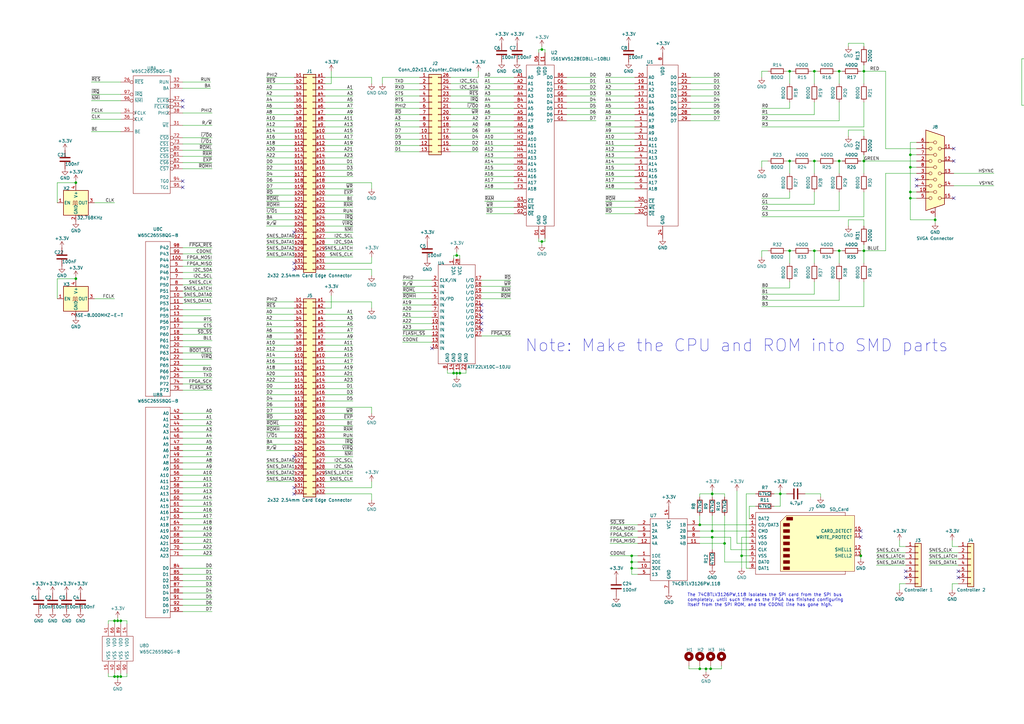
<source format=kicad_sch>
(kicad_sch (version 20230121) (generator eeschema)
  (paper "A3")
  (junction (at 48.26 254.635))
  (junction (at 530.86 24.13))
  (junction (at 292.1 202.565))
  (junction (at 549.275 88.9))
  (junction (at 292.1 220.345))
  (junction (at 435.61 24.13))
  (junction (at 443.23 43.18))
  (junction (at 46.99 254.635))
  (junction (at 514.35 99.695))
  (junction (at 543.56 34.29))
  (junction (at 323.85 102.87))
  (junction (at 320.04 202.565))
  (junction (at 373.38 63.5))
  (junction (at 473.71 34.29))
  (junction (at 291.465 274.32))
  (junction (at 334.01 29.21))
  (junction (at 287.02 215.265))
  (junction (at 553.72 91.44))
  (junction (at 289.56 274.32))
  (junction (at 287.02 274.32))
  (junction (at 297.18 222.885))
  (junction (at 497.84 24.13))
  (junction (at 373.38 81.28))
  (junction (at 448.31 24.13))
  (junction (at 568.325 104.775))
  (junction (at 373.38 68.58))
  (junction (at 461.01 34.29))
  (junction (at 259.08 227.965))
  (junction (at 577.85 43.18))
  (junction (at 556.26 24.13))
  (junction (at 48.26 277.495))
  (junction (at 582.295 91.44))
  (junction (at 533.4 43.18))
  (junction (at 568.325 76.835))
  (junction (at 334.01 102.87))
  (junction (at 46.99 277.495))
  (junction (at 558.165 93.98))
  (junction (at 323.85 29.21))
  (junction (at 259.08 230.505))
  (junction (at 222.25 99.06))
  (junction (at 49.53 277.495))
  (junction (at 422.91 24.13))
  (junction (at 383.54 90.17))
  (junction (at 187.325 104.775))
  (junction (at 354.33 102.87))
  (junction (at 334.01 66.04))
  (junction (at 579.755 76.835))
  (junction (at 344.17 102.87))
  (junction (at 584.835 88.9))
  (junction (at 344.17 66.04))
  (junction (at 222.25 20.32))
  (junction (at 558.165 76.835))
  (junction (at 354.33 29.21))
  (junction (at 259.08 233.045))
  (junction (at 344.17 29.21))
  (junction (at 373.38 78.74))
  (junction (at 188.595 153.035))
  (junction (at 187.325 153.035))
  (junction (at 186.055 153.035))
  (junction (at 448.31 34.29))
  (junction (at 514.35 34.29))
  (junction (at 568.96 24.13))
  (junction (at 580.39 43.18))
  (junction (at 553.72 76.835))
  (junction (at 486.41 34.29))
  (junction (at 461.01 24.13))
  (junction (at 579.755 93.98))
  (junction (at 292.1 217.805))
  (junction (at 353.06 227.965))
  (junction (at 488.95 43.18))
  (junction (at 530.86 34.29))
  (junction (at 435.61 34.29))
  (junction (at 568.325 101.6))
  (junction (at 486.41 24.13))
  (junction (at 304.165 227.965))
  (junction (at 556.26 34.29))
  (junction (at 49.53 254.635))
  (junction (at 31.115 114.3))
  (junction (at 473.71 24.13))
  (junction (at 354.33 66.04))
  (junction (at 323.85 66.04))
  (junction (at 543.56 24.13))
  (junction (at 31.115 74.93))
  (no_connect (at 375.92 73.66))
  (no_connect (at 393.065 236.855))
  (no_connect (at 74.93 43.815))
  (no_connect (at 197.485 135.255))
  (no_connect (at 120.65 202.565))
  (no_connect (at 353.06 217.805))
  (no_connect (at 391.16 81.28))
  (no_connect (at 371.475 236.855))
  (no_connect (at 197.485 127.635))
  (no_connect (at 391.16 66.04))
  (no_connect (at 197.485 130.175))
  (no_connect (at 74.93 41.275))
  (no_connect (at 120.65 110.49))
  (no_connect (at 197.485 132.715))
  (no_connect (at 353.06 220.345))
  (no_connect (at 74.93 74.295))
  (no_connect (at 74.93 76.835))
  (no_connect (at 393.065 234.315))
  (no_connect (at 120.65 95.25))
  (no_connect (at 375.92 76.2))
  (no_connect (at 197.485 125.095))
  (no_connect (at 120.65 187.325))
  (no_connect (at 391.16 60.96))
  (no_connect (at 120.65 200.025))
  (no_connect (at 371.475 234.315))
  (no_connect (at 177.165 142.875))
  (no_connect (at 120.65 107.95))
  (wire (pts (xy 109.22 123.825) (xy 120.65 123.825)))
  (wire (pts (xy 435.61 34.29) (xy 448.31 34.29)))
  (wire (pts (xy 344.17 78.74) (xy 344.17 86.36)))
  (wire (pts (xy 473.71 24.13) (xy 486.41 24.13)))
  (wire (pts (xy 306.07 202.565) (xy 309.88 202.565)))
  (wire (pts (xy 435.61 24.13) (xy 435.61 25.4)))
  (wire (pts (xy 289.56 274.32) (xy 289.56 275.59)))
  (wire (pts (xy 558.165 93.98) (xy 561.975 93.98)))
  (wire (pts (xy 579.755 76.835) (xy 584.835 76.835)))
  (wire (pts (xy 44.45 254.635) (xy 46.99 254.635)))
  (wire (pts (xy 283.21 44.45) (xy 295.275 44.45)))
  (wire (pts (xy 210.82 74.93) (xy 198.755 74.93)))
  (wire (pts (xy 443.23 43.18) (xy 443.23 44.45)))
  (wire (pts (xy 133.35 154.305) (xy 144.78 154.305)))
  (wire (pts (xy 306.07 202.565) (xy 306.07 233.045)))
  (wire (pts (xy 133.35 189.865) (xy 144.78 189.865)))
  (wire (pts (xy 584.835 85.725) (xy 584.835 88.9)))
  (wire (pts (xy 336.55 202.565) (xy 336.55 203.835)))
  (wire (pts (xy 210.82 49.53) (xy 198.755 49.53)))
  (wire (pts (xy 332.74 102.87) (xy 334.01 102.87)))
  (wire (pts (xy 199.39 87.63) (xy 210.82 87.63)))
  (wire (pts (xy 304.165 220.345) (xy 307.34 220.345)))
  (wire (pts (xy 568.96 24.13) (xy 568.96 25.4)))
  (wire (pts (xy 521.97 24.13) (xy 530.86 24.13)))
  (wire (pts (xy 486.41 34.29) (xy 486.41 35.56)))
  (wire (pts (xy 52.07 276.225) (xy 52.07 277.495)))
  (wire (pts (xy 486.41 33.02) (xy 486.41 34.29)))
  (wire (pts (xy 421.64 64.77) (xy 433.07 64.77)))
  (wire (pts (xy 422.91 24.13) (xy 435.61 24.13)))
  (wire (pts (xy 307.34 207.645) (xy 307.34 212.725)))
  (wire (pts (xy 232.41 46.99) (xy 244.475 46.99)))
  (wire (pts (xy 383.54 90.17) (xy 383.54 88.9)))
  (wire (pts (xy 172.085 36.83) (xy 161.925 36.83)))
  (wire (pts (xy 74.93 238.125) (xy 86.995 238.125)))
  (wire (pts (xy 334.01 66.04) (xy 335.28 66.04)))
  (wire (pts (xy 514.35 31.75) (xy 514.35 34.29)))
  (wire (pts (xy 133.35 69.85) (xy 144.78 69.85)))
  (wire (pts (xy 109.22 141.605) (xy 120.65 141.605)))
  (wire (pts (xy 210.82 34.29) (xy 198.755 34.29)))
  (wire (pts (xy 312.42 29.21) (xy 312.42 31.75)))
  (wire (pts (xy 133.35 64.77) (xy 144.78 64.77)))
  (wire (pts (xy 133.35 90.17) (xy 144.78 90.17)))
  (wire (pts (xy 297.18 202.565) (xy 297.18 203.835)))
  (wire (pts (xy 312.42 102.87) (xy 312.42 105.41)))
  (wire (pts (xy 184.785 31.75) (xy 196.215 31.75)))
  (wire (pts (xy 187.325 153.035) (xy 187.325 154.305)))
  (wire (pts (xy 334.01 29.21) (xy 334.01 34.29)))
  (wire (pts (xy 152.4 31.75) (xy 152.4 34.29)))
  (wire (pts (xy 109.22 139.065) (xy 120.65 139.065)))
  (wire (pts (xy 287.02 202.565) (xy 287.02 203.835)))
  (wire (pts (xy 133.35 172.085) (xy 144.78 172.085)))
  (wire (pts (xy 133.35 164.465) (xy 144.78 164.465)))
  (wire (pts (xy 419.1 43.18) (xy 443.23 43.18)))
  (wire (pts (xy 222.25 20.32) (xy 223.52 20.32)))
  (wire (pts (xy 74.93 212.725) (xy 86.995 212.725)))
  (wire (pts (xy 259.08 230.505) (xy 261.62 230.505)))
  (wire (pts (xy 133.35 126.365) (xy 135.89 126.365)))
  (wire (pts (xy 86.36 149.86) (xy 74.93 149.86)))
  (wire (pts (xy 334.01 41.91) (xy 334.01 46.99)))
  (wire (pts (xy 133.35 167.005) (xy 152.4 167.005)))
  (wire (pts (xy 133.35 110.49) (xy 152.4 110.49)))
  (wire (pts (xy 312.42 125.73) (xy 354.33 125.73)))
  (wire (pts (xy 44.45 254.635) (xy 44.45 255.905)))
  (wire (pts (xy 74.93 137.16) (xy 86.995 137.16)))
  (wire (pts (xy 210.82 59.69) (xy 198.755 59.69)))
  (wire (pts (xy 558.8 96.52) (xy 558.8 101.6)))
  (wire (pts (xy 464.82 90.17) (xy 476.25 90.17)))
  (wire (pts (xy 354.33 63.5) (xy 354.33 66.04)))
  (wire (pts (xy 74.93 200.025) (xy 86.995 200.025)))
  (wire (pts (xy 390.525 239.395) (xy 393.065 239.395)))
  (wire (pts (xy 74.93 101.6) (xy 86.995 101.6)))
  (wire (pts (xy 109.22 102.87) (xy 120.65 102.87)))
  (wire (pts (xy 299.72 225.425) (xy 307.34 225.425)))
  (wire (pts (xy 188.595 153.035) (xy 191.135 153.035)))
  (wire (pts (xy 133.35 156.845) (xy 144.78 156.845)))
  (wire (pts (xy 497.84 24.13) (xy 506.73 24.13)))
  (wire (pts (xy 312.42 52.07) (xy 354.33 52.07)))
  (wire (pts (xy 260.35 57.15) (xy 248.285 57.15)))
  (wire (pts (xy 74.93 139.7) (xy 86.995 139.7)))
  (wire (pts (xy 306.07 233.045) (xy 307.34 233.045)))
  (wire (pts (xy 156.845 31.75) (xy 172.085 31.75)))
  (wire (pts (xy 52.07 254.635) (xy 52.07 255.905)))
  (wire (pts (xy 283.21 39.37) (xy 295.275 39.37)))
  (wire (pts (xy 334.01 78.74) (xy 334.01 83.82)))
  (wire (pts (xy 373.38 58.42) (xy 375.92 58.42)))
  (wire (pts (xy 120.65 161.925) (xy 109.22 161.925)))
  (wire (pts (xy 187.325 153.035) (xy 188.595 153.035)))
  (wire (pts (xy 421.64 59.69) (xy 433.07 59.69)))
  (wire (pts (xy 133.35 34.29) (xy 135.89 34.29)))
  (wire (pts (xy 49.53 48.895) (xy 37.465 48.895)))
  (wire (pts (xy 74.93 245.745) (xy 86.995 245.745)))
  (wire (pts (xy 568.325 104.775) (xy 568.325 106.045)))
  (wire (pts (xy 543.56 24.13) (xy 543.56 25.4)))
  (wire (pts (xy 74.93 222.885) (xy 86.995 222.885)))
  (wire (pts (xy 421.64 85.09) (xy 433.07 85.09)))
  (wire (pts (xy 539.115 93.98) (xy 558.165 93.98)))
  (wire (pts (xy 197.485 117.475) (xy 209.55 117.475)))
  (wire (pts (xy 74.93 240.665) (xy 86.995 240.665)))
  (wire (pts (xy 184.785 57.15) (xy 196.215 57.15)))
  (wire (pts (xy 250.19 217.805) (xy 261.62 217.805)))
  (wire (pts (xy 172.085 44.45) (xy 161.925 44.45)))
  (wire (pts (xy 37.465 33.655) (xy 49.53 33.655)))
  (wire (pts (xy 109.22 133.985) (xy 120.65 133.985)))
  (wire (pts (xy 133.35 41.91) (xy 144.78 41.91)))
  (wire (pts (xy 568.96 33.02) (xy 568.96 34.29)))
  (wire (pts (xy 260.35 67.31) (xy 248.285 67.31)))
  (wire (pts (xy 152.4 110.49) (xy 152.4 113.03)))
  (wire (pts (xy 260.35 54.61) (xy 248.285 54.61)))
  (wire (pts (xy 120.65 149.225) (xy 109.22 149.225)))
  (wire (pts (xy 210.82 46.99) (xy 198.755 46.99)))
  (wire (pts (xy 287.02 220.345) (xy 292.1 220.345)))
  (wire (pts (xy 354.33 53.34) (xy 354.33 55.88)))
  (wire (pts (xy 144.78 77.47) (xy 133.35 77.47)))
  (wire (pts (xy 579.755 76.835) (xy 579.755 78.105)))
  (wire (pts (xy 464.82 77.47) (xy 476.25 77.47)))
  (wire (pts (xy 152.4 197.485) (xy 152.4 200.025)))
  (wire (pts (xy 260.35 46.99) (xy 248.285 46.99)))
  (wire (pts (xy 74.93 210.185) (xy 86.995 210.185)))
  (wire (pts (xy 486.41 21.59) (xy 486.41 24.13)))
  (wire (pts (xy 49.53 53.975) (xy 37.465 53.975)))
  (wire (pts (xy 260.35 59.69) (xy 248.285 59.69)))
  (wire (pts (xy 347.98 17.78) (xy 354.33 17.78)))
  (wire (pts (xy 539.115 88.9) (xy 549.275 88.9)))
  (wire (pts (xy 363.22 29.21) (xy 363.22 60.96)))
  (wire (pts (xy 109.22 126.365) (xy 120.65 126.365)))
  (wire (pts (xy 312.42 118.11) (xy 323.85 118.11)))
  (wire (pts (xy 186.055 104.775) (xy 186.055 106.045)))
  (wire (pts (xy 473.71 33.02) (xy 473.71 34.29)))
  (wire (pts (xy 317.5 202.565) (xy 320.04 202.565)))
  (wire (pts (xy 464.82 87.63) (xy 476.25 87.63)))
  (wire (pts (xy 133.35 52.07) (xy 144.78 52.07)))
  (wire (pts (xy 120.65 69.85) (xy 109.22 69.85)))
  (wire (pts (xy 120.65 57.15) (xy 109.22 57.15)))
  (wire (pts (xy 354.33 66.04) (xy 354.33 71.12)))
  (wire (pts (xy 568.96 24.13) (xy 580.39 24.13)))
  (wire (pts (xy 156.845 31.75) (xy 156.845 34.29)))
  (wire (pts (xy 368.935 221.615) (xy 368.935 224.155)))
  (wire (pts (xy 133.35 197.485) (xy 144.78 197.485)))
  (wire (pts (xy 74.93 59.055) (xy 86.995 59.055)))
  (wire (pts (xy 210.82 77.47) (xy 198.755 77.47)))
  (wire (pts (xy 260.35 52.07) (xy 248.285 52.07)))
  (wire (pts (xy 344.17 102.87) (xy 345.44 102.87)))
  (wire (pts (xy 74.93 217.805) (xy 86.995 217.805)))
  (wire (pts (xy 74.93 169.545) (xy 86.995 169.545)))
  (wire (pts (xy 133.35 141.605) (xy 144.78 141.605)))
  (wire (pts (xy 74.93 114.3) (xy 86.995 114.3)))
  (wire (pts (xy 109.22 156.845) (xy 120.65 156.845)))
  (wire (pts (xy 109.22 100.33) (xy 120.65 100.33)))
  (wire (pts (xy 250.19 215.265) (xy 261.62 215.265)))
  (wire (pts (xy 556.26 24.13) (xy 556.26 25.4)))
  (wire (pts (xy 543.56 34.29) (xy 530.86 34.29)))
  (wire (pts (xy 334.01 102.87) (xy 335.28 102.87)))
  (wire (pts (xy 533.4 108.585) (xy 521.97 108.585)))
  (wire (pts (xy 354.33 78.74) (xy 354.33 88.9)))
  (wire (pts (xy 186.055 153.035) (xy 187.325 153.035)))
  (wire (pts (xy 448.31 33.02) (xy 448.31 34.29)))
  (wire (pts (xy 86.995 144.78) (xy 74.93 144.78)))
  (wire (pts (xy 183.515 151.765) (xy 183.515 153.035)))
  (wire (pts (xy 297.18 211.455) (xy 297.18 222.885)))
  (wire (pts (xy 74.93 157.48) (xy 86.995 157.48)))
  (wire (pts (xy 197.485 120.015) (xy 209.55 120.015)))
  (wire (pts (xy 74.93 124.46) (xy 86.995 124.46)))
  (wire (pts (xy 74.93 147.32) (xy 86.995 147.32)))
  (wire (pts (xy 109.22 39.37) (xy 120.65 39.37)))
  (wire (pts (xy 513.08 74.93) (xy 523.24 74.93)))
  (wire (pts (xy 488.95 43.18) (xy 533.4 43.18)))
  (wire (pts (xy 259.08 233.045) (xy 261.62 233.045)))
  (wire (pts (xy 187.325 103.505) (xy 187.325 104.775)))
  (wire (pts (xy 135.89 121.285) (xy 135.89 126.365)))
  (wire (pts (xy 184.785 59.69) (xy 196.215 59.69)))
  (wire (pts (xy 363.22 71.12) (xy 375.92 71.12)))
  (wire (pts (xy 133.35 144.145) (xy 144.78 144.145)))
  (wire (pts (xy 260.35 87.63) (xy 248.285 87.63)))
  (wire (pts (xy 568.325 104.775) (xy 582.295 104.775)))
  (wire (pts (xy 260.35 69.85) (xy 248.285 69.85)))
  (wire (pts (xy 556.26 34.29) (xy 543.56 34.29)))
  (wire (pts (xy 488.95 43.18) (xy 488.95 44.45)))
  (wire (pts (xy 354.33 90.17) (xy 354.33 92.71)))
  (wire (pts (xy 232.41 41.91) (xy 244.475 41.91)))
  (wire (pts (xy 177.165 127.635) (xy 165.1 127.635)))
  (wire (pts (xy 322.58 29.21) (xy 323.85 29.21)))
  (wire (pts (xy 390.525 239.395) (xy 390.525 241.935)))
  (wire (pts (xy 222.25 99.06) (xy 223.52 99.06)))
  (wire (pts (xy 393.065 229.235) (xy 381 229.235)))
  (wire (pts (xy 421.64 72.39) (xy 433.07 72.39)))
  (wire (pts (xy 172.085 39.37) (xy 161.925 39.37)))
  (wire (pts (xy 74.93 46.355) (xy 86.995 46.355)))
  (wire (pts (xy 464.82 64.77) (xy 476.25 64.77)))
  (wire (pts (xy 419.1 24.13) (xy 422.91 24.13)))
  (wire (pts (xy 354.33 41.91) (xy 354.33 52.07)))
  (wire (pts (xy 422.91 24.13) (xy 422.91 25.4)))
  (wire (pts (xy 530.86 24.13) (xy 530.86 25.4)))
  (wire (pts (xy 295.91 273.05) (xy 295.91 274.32)))
  (wire (pts (xy 514.35 99.695) (xy 514.35 100.965)))
  (wire (pts (xy 260.35 74.93) (xy 248.285 74.93)))
  (wire (pts (xy 282.575 273.05) (xy 282.575 274.32)))
  (wire (pts (xy 44.45 277.495) (xy 46.99 277.495)))
  (wire (pts (xy 133.35 74.93) (xy 152.4 74.93)))
  (wire (pts (xy 347.98 90.17) (xy 347.98 92.71)))
  (wire (pts (xy 312.42 86.36) (xy 344.17 86.36)))
  (wire (pts (xy 287.02 274.32) (xy 289.56 274.32)))
  (wire (pts (xy 422.91 34.29) (xy 435.61 34.29)))
  (wire (pts (xy 210.82 39.37) (xy 198.755 39.37)))
  (wire (pts (xy 133.35 151.765) (xy 144.78 151.765)))
  (wire (pts (xy 421.64 82.55) (xy 433.07 82.55)))
  (wire (pts (xy 568.325 76.835) (xy 579.755 76.835)))
  (wire (pts (xy 543.56 24.13) (xy 556.26 24.13)))
  (wire (pts (xy 74.93 235.585) (xy 86.995 235.585)))
  (wire (pts (xy 373.38 63.5) (xy 375.92 63.5)))
  (wire (pts (xy 38.735 83.185) (xy 46.99 83.185)))
  (wire (pts (xy 210.82 64.77) (xy 198.755 64.77)))
  (wire (pts (xy 572.77 43.18) (xy 572.77 44.45)))
  (wire (pts (xy 584.835 76.835) (xy 584.835 78.105)))
  (wire (pts (xy 133.35 105.41) (xy 144.78 105.41)))
  (wire (pts (xy 283.21 31.75) (xy 295.275 31.75)))
  (wire (pts (xy 577.85 43.18) (xy 577.85 44.45)))
  (wire (pts (xy 302.26 201.295) (xy 302.26 222.885)))
  (wire (pts (xy 259.08 227.965) (xy 261.62 227.965)))
  (wire (pts (xy 373.38 63.5) (xy 373.38 68.58)))
  (wire (pts (xy 323.85 29.21) (xy 325.12 29.21)))
  (wire (pts (xy 144.78 87.63) (xy 133.35 87.63)))
  (wire (pts (xy 513.08 62.23) (xy 523.24 62.23)))
  (wire (pts (xy 199.39 85.09) (xy 210.82 85.09)))
  (wire (pts (xy 497.84 33.02) (xy 497.84 34.29)))
  (wire (pts (xy 74.93 194.945) (xy 86.995 194.945)))
  (wire (pts (xy 497.84 34.29) (xy 514.35 34.29)))
  (wire (pts (xy 304.165 227.965) (xy 307.34 227.965)))
  (wire (pts (xy 368.935 239.395) (xy 371.475 239.395)))
  (wire (pts (xy 574.675 91.44) (xy 582.295 91.44)))
  (wire (pts (xy 421.64 80.01) (xy 433.07 80.01)))
  (wire (pts (xy 210.82 57.15) (xy 198.755 57.15)))
  (wire (pts (xy 287.02 217.805) (xy 292.1 217.805)))
  (wire (pts (xy 74.93 61.595) (xy 86.995 61.595)))
  (wire (pts (xy 302.26 222.885) (xy 307.34 222.885)))
  (wire (pts (xy 133.35 62.23) (xy 144.78 62.23)))
  (wire (pts (xy 74.93 119.38) (xy 86.995 119.38)))
  (wire (pts (xy 391.16 76.2) (xy 407.67 76.2)))
  (wire (pts (xy 48.26 277.495) (xy 48.26 278.765)))
  (wire (pts (xy 421.64 90.17) (xy 433.07 90.17)))
  (wire (pts (xy 74.93 134.62) (xy 86.995 134.62)))
  (wire (pts (xy 133.35 194.945) (xy 144.78 194.945)))
  (wire (pts (xy 332.74 66.04) (xy 334.01 66.04)))
  (wire (pts (xy 383.54 91.44) (xy 383.54 90.17)))
  (wire (pts (xy 568.325 101.6) (xy 568.325 104.775)))
  (wire (pts (xy 232.41 39.37) (xy 244.475 39.37)))
  (wire (pts (xy 464.82 82.55) (xy 476.25 82.55)))
  (wire (pts (xy 210.82 69.85) (xy 198.755 69.85)))
  (wire (pts (xy 210.82 67.31) (xy 198.755 67.31)))
  (wire (pts (xy 109.22 194.945) (xy 120.65 194.945)))
  (wire (pts (xy 312.42 88.9) (xy 354.33 88.9)))
  (wire (pts (xy 23.495 74.93) (xy 31.115 74.93)))
  (wire (pts (xy 322.58 66.04) (xy 323.85 66.04)))
  (wire (pts (xy 120.65 72.39) (xy 109.22 72.39)))
  (wire (pts (xy 187.325 104.775) (xy 188.595 104.775)))
  (wire (pts (xy 353.06 102.87) (xy 354.33 102.87)))
  (wire (pts (xy 260.35 77.47) (xy 248.285 77.47)))
  (wire (pts (xy 312.42 49.53) (xy 344.17 49.53)))
  (wire (pts (xy 49.53 254.635) (xy 49.53 255.905)))
  (wire (pts (xy 419.1 24.13) (xy 419.1 43.18)))
  (wire (pts (xy 109.22 90.17) (xy 120.65 90.17)))
  (wire (pts (xy 568.325 101.6) (xy 577.85 101.6)))
  (wire (pts (xy 223.52 97.79) (xy 223.52 99.06)))
  (wire (pts (xy 152.4 105.41) (xy 152.4 107.95)))
  (wire (pts (xy 334.01 102.87) (xy 334.01 107.95)))
  (wire (pts (xy 307.34 207.645) (xy 309.88 207.645)))
  (wire (pts (xy 191.135 151.765) (xy 191.135 153.035)))
  (wire (pts (xy 549.275 76.835) (xy 549.275 78.105)))
  (wire (pts (xy 31.115 114.3) (xy 31.115 114.935)))
  (wire (pts (xy 152.4 74.93) (xy 152.4 77.47)))
  (wire (pts (xy 177.165 130.175) (xy 165.1 130.175)))
  (wire (pts (xy 133.35 139.065) (xy 144.78 139.065)))
  (wire (pts (xy 260.35 62.23) (xy 248.285 62.23)))
  (wire (pts (xy 133.35 82.55) (xy 144.78 82.55)))
  (wire (pts (xy 49.53 277.495) (xy 52.07 277.495)))
  (wire (pts (xy 558.8 101.6) (xy 568.325 101.6)))
  (wire (pts (xy 312.42 123.19) (xy 344.17 123.19)))
  (wire (pts (xy 330.2 202.565) (xy 336.55 202.565)))
  (wire (pts (xy 210.82 52.07) (xy 198.755 52.07)))
  (wire (pts (xy 371.475 231.775) (xy 359.41 231.775)))
  (wire (pts (xy 109.22 179.705) (xy 120.65 179.705)))
  (wire (pts (xy 74.93 154.94) (xy 86.995 154.94)))
  (wire (pts (xy 210.82 82.55) (xy 198.755 82.55)))
  (wire (pts (xy 283.21 34.29) (xy 295.275 34.29)))
  (wire (pts (xy 344.17 66.04) (xy 345.44 66.04)))
  (wire (pts (xy 421.64 69.85) (xy 433.07 69.85)))
  (wire (pts (xy 109.22 49.53) (xy 120.65 49.53)))
  (wire (pts (xy 312.42 66.04) (xy 312.42 68.58)))
  (wire (pts (xy 177.165 140.335) (xy 165.1 140.335)))
  (wire (pts (xy 210.82 62.23) (xy 198.755 62.23)))
  (wire (pts (xy 109.22 182.245) (xy 120.65 182.245)))
  (wire (pts (xy 152.4 202.565) (xy 152.4 205.105)))
  (wire (pts (xy 74.93 220.345) (xy 86.995 220.345)))
  (wire (pts (xy 74.93 64.135) (xy 86.995 64.135)))
  (wire (pts (xy 320.04 201.295) (xy 320.04 202.565)))
  (wire (pts (xy 513.08 59.69) (xy 523.24 59.69)))
  (wire (pts (xy 46.99 254.635) (xy 46.99 255.905)))
  (wire (pts (xy 574.675 88.9) (xy 584.835 88.9)))
  (wire (pts (xy 196.215 29.21) (xy 196.215 31.75)))
  (wire (pts (xy 74.93 225.425) (xy 86.995 225.425)))
  (wire (pts (xy 579.755 85.725) (xy 579.755 93.98)))
  (wire (pts (xy 172.085 62.23) (xy 161.925 62.23)))
  (wire (pts (xy 74.93 56.515) (xy 86.995 56.515)))
  (wire (pts (xy 133.35 36.83) (xy 144.78 36.83)))
  (wire (pts (xy 222.25 19.05) (xy 222.25 20.32)))
  (wire (pts (xy 222.25 99.06) (xy 222.25 100.33)))
  (wire (pts (xy 334.01 115.57) (xy 334.01 120.65)))
  (wire (pts (xy 74.93 106.68) (xy 86.995 106.68)))
  (wire (pts (xy 368.935 239.395) (xy 368.935 241.935)))
  (wire (pts (xy 184.785 36.83) (xy 196.215 36.83)))
  (wire (pts (xy 574.675 93.98) (xy 579.755 93.98)))
  (wire (pts (xy 133.35 136.525) (xy 144.78 136.525)))
  (wire (pts (xy 461.01 33.02) (xy 461.01 34.29)))
  (wire (pts (xy 580.39 43.18) (xy 580.39 44.45)))
  (wire (pts (xy 464.82 92.71) (xy 476.25 92.71)))
  (wire (pts (xy 344.17 29.21) (xy 345.44 29.21)))
  (wire (pts (xy 530.86 21.59) (xy 530.86 24.13)))
  (wire (pts (xy 292.1 202.565) (xy 297.18 202.565)))
  (wire (pts (xy 177.165 137.795) (xy 165.1 137.795)))
  (wire (pts (xy 23.495 74.93) (xy 23.495 83.185)))
  (wire (pts (xy 373.38 78.74) (xy 373.38 81.28)))
  (wire (pts (xy 210.82 31.75) (xy 198.755 31.75)))
  (wire (pts (xy 109.22 82.55) (xy 120.65 82.55)))
  (wire (pts (xy 74.93 192.405) (xy 86.995 192.405)))
  (wire (pts (xy 501.65 54.61) (xy 509.27 54.61)))
  (wire (pts (xy 109.22 172.085) (xy 120.65 172.085)))
  (wire (pts (xy 506.73 99.695) (xy 506.73 108.585)))
  (wire (pts (xy 197.485 114.935) (xy 209.55 114.935)))
  (wire (pts (xy 577.85 43.18) (xy 580.39 43.18)))
  (wire (pts (xy 23.495 114.3) (xy 31.115 114.3)))
  (wire (pts (xy 133.35 192.405) (xy 144.78 192.405)))
  (wire (pts (xy 210.82 36.83) (xy 198.755 36.83)))
  (wire (pts (xy 342.9 66.04) (xy 344.17 66.04)))
  (wire (pts (xy 133.35 100.33) (xy 144.78 100.33)))
  (wire (pts (xy 184.785 52.07) (xy 196.215 52.07)))
  (wire (pts (xy 291.465 273.05) (xy 291.465 274.32)))
  (wire (pts (xy 354.33 29.21) (xy 354.33 34.29)))
  (wire (pts (xy 177.165 122.555) (xy 165.1 122.555)))
  (wire (pts (xy 353.06 225.425) (xy 353.06 227.965)))
  (wire (pts (xy 443.23 43.18) (xy 488.95 43.18)))
  (wire (pts (xy 579.755 93.98) (xy 596.9 93.98)))
  (wire (pts (xy 421.64 97.79) (xy 433.07 97.79)))
  (wire (pts (xy 373.38 68.58) (xy 373.38 78.74)))
  (wire (pts (xy 558.8 96.52) (xy 561.975 96.52)))
  (wire (pts (xy 109.22 154.305) (xy 120.65 154.305)))
  (wire (pts (xy 391.16 71.12) (xy 407.67 71.12)))
  (wire (pts (xy 354.33 66.04) (xy 375.92 66.04)))
  (wire (pts (xy 323.85 102.87) (xy 325.12 102.87)))
  (wire (pts (xy 133.35 174.625) (xy 144.78 174.625)))
  (wire (pts (xy 292.1 217.805) (xy 307.34 217.805)))
  (wire (pts (xy 109.22 174.625) (xy 120.65 174.625)))
  (wire (pts (xy 464.82 80.01) (xy 476.25 80.01)))
  (wire (pts (xy 373.38 90.17) (xy 383.54 90.17)))
  (wire (pts (xy 133.35 49.53) (xy 144.78 49.53)))
  (wire (pts (xy 74.93 207.645) (xy 86.995 207.645)))
  (wire (pts (xy 186.055 104.775) (xy 187.325 104.775)))
  (wire (pts (xy 109.22 87.63) (xy 120.65 87.63)))
  (wire (pts (xy 287.02 222.885) (xy 297.18 222.885)))
  (wire (pts (xy 421.64 87.63) (xy 433.07 87.63)))
  (wire (pts (xy 109.22 184.785) (xy 120.65 184.785)))
  (wire (pts (xy 464.82 69.85) (xy 476.25 69.85)))
  (wire (pts (xy 353.06 29.21) (xy 354.33 29.21)))
  (wire (pts (xy 133.35 39.37) (xy 144.78 39.37)))
  (wire (pts (xy 23.495 114.3) (xy 23.495 122.555)))
  (wire (pts (xy 582.295 103.505) (xy 582.295 104.775)))
  (wire (pts (xy 133.35 102.87) (xy 144.78 102.87)))
  (wire (pts (xy 144.78 169.545) (xy 133.35 169.545)))
  (wire (pts (xy 421.64 67.31) (xy 433.07 67.31)))
  (wire (pts (xy 250.19 220.345) (xy 261.62 220.345)))
  (wire (pts (xy 259.08 235.585) (xy 261.62 235.585)))
  (wire (pts (xy 553.72 85.725) (xy 553.72 91.44)))
  (wire (pts (xy 464.82 54.61) (xy 476.25 54.61)))
  (wire (pts (xy 558.165 85.725) (xy 558.165 93.98)))
  (wire (pts (xy 184.785 44.45) (xy 196.215 44.45)))
  (wire (pts (xy 133.35 177.165) (xy 144.78 177.165)))
  (wire (pts (xy 259.08 233.045) (xy 259.08 235.585)))
  (wire (pts (xy 582.295 91.44) (xy 582.295 95.885)))
  (wire (pts (xy 120.65 169.545) (xy 109.22 169.545)))
  (wire (pts (xy 86.36 142.24) (xy 74.93 142.24)))
  (wire (pts (xy 556.26 34.29) (xy 568.96 34.29)))
  (wire (pts (xy 232.41 31.75) (xy 244.475 31.75)))
  (wire (pts (xy 260.35 64.77) (xy 248.285 64.77)))
  (wire (pts (xy 421.64 77.47) (xy 433.07 77.47)))
  (wire (pts (xy 120.65 59.69) (xy 109.22 59.69)))
  (wire (pts (xy 133.35 59.69) (xy 144.78 59.69)))
  (wire (pts (xy 304.165 227.965) (xy 304.165 233.045)))
  (wire (pts (xy 464.82 72.39) (xy 476.25 72.39)))
  (wire (pts (xy 232.41 49.53) (xy 244.475 49.53)))
  (wire (pts (xy 464.82 85.09) (xy 476.25 85.09)))
  (wire (pts (xy 260.35 41.91) (xy 248.285 41.91)))
  (wire (pts (xy 577.85 96.52) (xy 577.85 101.6)))
  (wire (pts (xy 197.485 137.795) (xy 209.55 137.795)))
  (wire (pts (xy 287.02 202.565) (xy 292.1 202.565)))
  (wire (pts (xy 461.01 24.13) (xy 473.71 24.13)))
  (wire (pts (xy 312.42 66.04) (xy 314.96 66.04)))
  (wire (pts (xy 48.26 253.365) (xy 48.26 254.635)))
  (wire (pts (xy 152.4 123.825) (xy 152.4 126.365)))
  (wire (pts (xy 342.9 102.87) (xy 344.17 102.87)))
  (wire (pts (xy 161.925 34.29) (xy 172.085 34.29)))
  (wire (pts (xy 297.18 230.505) (xy 307.34 230.505)))
  (wire (pts (xy 172.085 41.91) (xy 161.925 41.91)))
  (wire (pts (xy 347.98 90.17) (xy 354.33 90.17)))
  (wire (pts (xy 133.35 54.61) (xy 144.78 54.61)))
  (wire (pts (xy 260.35 44.45) (xy 248.285 44.45)))
  (wire (pts (xy 74.93 182.245) (xy 86.995 182.245)))
  (wire (pts (xy 283.21 36.83) (xy 295.275 36.83)))
  (wire (pts (xy 152.4 167.005) (xy 152.4 169.545)))
  (wire (pts (xy 46.99 277.495) (xy 48.26 277.495)))
  (wire (pts (xy 347.98 17.78) (xy 347.98 19.05)))
  (wire (pts (xy 31.115 113.665) (xy 31.115 114.3)))
  (wire (pts (xy 144.78 187.325) (xy 133.35 187.325)))
  (wire (pts (xy 312.42 81.28) (xy 323.85 81.28)))
  (wire (pts (xy 323.85 41.91) (xy 323.85 44.45)))
  (wire (pts (xy 172.085 59.69) (xy 161.925 59.69)))
  (wire (pts (xy 74.93 172.085) (xy 86.995 172.085)))
  (wire (pts (xy 344.17 41.91) (xy 344.17 49.53)))
  (wire (pts (xy 259.08 227.965) (xy 259.08 230.505)))
  (wire (pts (xy 421.64 74.93) (xy 433.07 74.93)))
  (wire (pts (xy 323.85 29.21) (xy 323.85 34.29)))
  (wire (pts (xy 561.975 88.9) (xy 549.275 88.9)))
  (wire (pts (xy 393.065 226.695) (xy 381 226.695)))
  (wire (pts (xy 172.085 46.99) (xy 161.925 46.99)))
  (wire (pts (xy 322.58 102.87) (xy 323.85 102.87)))
  (wire (pts (xy 582.295 91.44) (xy 596.9 91.44)))
  (wire (pts (xy 109.22 167.005) (xy 120.65 167.005)))
  (wire (pts (xy 133.35 159.385) (xy 144.78 159.385)))
  (wire (pts (xy 530.86 24.13) (xy 543.56 24.13)))
  (wire (pts (xy 344.17 29.21) (xy 344.17 34.29)))
  (wire (pts (xy 421.64 57.15) (xy 433.07 57.15)))
  (wire (pts (xy 259.08 230.505) (xy 259.08 233.045)))
  (wire (pts (xy 558.165 76.835) (xy 558.165 78.105)))
  (wire (pts (xy 133.35 184.785) (xy 144.78 184.785)))
  (wire (pts (xy 109.22 144.145) (xy 120.65 144.145)))
  (wire (pts (xy 109.22 197.485) (xy 120.65 197.485)))
  (wire (pts (xy 354.33 29.21) (xy 363.22 29.21)))
  (wire (pts (xy 513.08 69.85) (xy 523.24 69.85)))
  (wire (pts (xy 74.93 187.325) (xy 86.995 187.325)))
  (wire (pts (xy 574.675 96.52) (xy 577.85 96.52)))
  (wire (pts (xy 422.91 34.29) (xy 422.91 33.02)))
  (wire (pts (xy 260.35 82.55) (xy 248.285 82.55)))
  (wire (pts (xy 260.35 31.75) (xy 248.285 31.75)))
  (wire (pts (xy 74.93 243.205) (xy 86.995 243.205)))
  (wire (pts (xy 448.31 24.13) (xy 461.01 24.13)))
  (wire (pts (xy 74.93 66.675) (xy 86.995 66.675)))
  (wire (pts (xy 353.06 66.04) (xy 354.33 66.04)))
  (wire (pts (xy 317.5 207.645) (xy 320.04 207.645)))
  (wire (pts (xy 283.21 49.53) (xy 295.275 49.53)))
  (wire (pts (xy 184.785 54.61) (xy 196.215 54.61)))
  (wire (pts (xy 188.595 104.775) (xy 188.595 106.045)))
  (wire (pts (xy 344.17 115.57) (xy 344.17 123.19)))
  (wire (pts (xy 133.35 72.39) (xy 144.78 72.39)))
  (wire (pts (xy 292.1 211.455) (xy 292.1 217.805)))
  (wire (pts (xy 120.65 67.31) (xy 109.22 67.31)))
  (wire (pts (xy 342.9 29.21) (xy 344.17 29.21)))
  (wire (pts (xy 184.785 41.91) (xy 196.215 41.91)))
  (wire (pts (xy 46.99 254.635) (xy 48.26 254.635)))
  (wire (pts (xy 354.33 17.78) (xy 354.33 19.05)))
  (wire (pts (xy 109.22 136.525) (xy 120.65 136.525)))
  (wire (pts (xy 172.085 52.07) (xy 161.925 52.07)))
  (wire (pts (xy 354.33 100.33) (xy 354.33 102.87)))
  (wire (pts (xy 473.71 34.29) (xy 486.41 34.29)))
  (wire (pts (xy 497.84 21.59) (xy 497.84 24.13)))
  (wire (pts (xy 371.475 226.695) (xy 359.41 226.695)))
  (wire (pts (xy 580.39 24.13) (xy 580.39 43.18)))
  (wire (pts (xy 575.31 43.18) (xy 577.85 43.18)))
  (wire (pts (xy 464.82 62.23) (xy 476.25 62.23)))
  (wire (pts (xy 292.1 202.565) (xy 292.1 203.835)))
  (wire (pts (xy 74.93 111.76) (xy 86.995 111.76)))
  (wire (pts (xy 344.17 66.04) (xy 344.17 71.12)))
  (wire (pts (xy 74.93 132.08) (xy 86.995 132.08)))
  (wire (pts (xy 334.01 29.21) (xy 335.28 29.21)))
  (wire (pts (xy 133.35 46.99) (xy 144.78 46.99)))
  (wire (pts (xy 188.595 151.765) (xy 188.595 153.035)))
  (wire (pts (xy 373.38 81.28) (xy 373.38 90.17)))
  (wire (pts (xy 289.56 274.32) (xy 291.465 274.32)))
  (wire (pts (xy 177.165 117.475) (xy 165.1 117.475)))
  (wire (pts (xy 312.42 83.82) (xy 334.01 83.82)))
  (wire (pts (xy 74.93 174.625) (xy 86.995 174.625)))
  (wire (pts (xy 109.22 131.445) (xy 120.65 131.445)))
  (wire (pts (xy 575.31 43.18) (xy 575.31 44.45)))
  (wire (pts (xy 323.85 115.57) (xy 323.85 118.11)))
  (wire (pts (xy 133.35 85.09) (xy 144.78 85.09)))
  (wire (pts (xy 120.65 159.385) (xy 109.22 159.385)))
  (wire (pts (xy 86.36 36.195) (xy 74.93 36.195)))
  (wire (pts (xy 133.35 67.31) (xy 144.78 67.31)))
  (wire (pts (xy 133.35 80.01) (xy 144.78 80.01)))
  (wire (pts (xy 568.325 74.93) (xy 568.325 76.835)))
  (wire (pts (xy 197.485 122.555) (xy 209.55 122.555)))
  (wire (pts (xy 177.165 132.715) (xy 165.1 132.715)))
  (wire (pts (xy 109.22 128.905) (xy 120.65 128.905)))
  (wire (pts (xy 186.055 151.765) (xy 186.055 153.035)))
  (wire (pts (xy 373.38 81.28) (xy 375.92 81.28)))
  (wire (pts (xy 232.41 44.45) (xy 244.475 44.45)))
  (wire (pts (xy 49.53 254.635) (xy 52.07 254.635)))
  (wire (pts (xy 260.35 36.83) (xy 248.285 36.83)))
  (wire (pts (xy 287.02 211.455) (xy 287.02 215.265)))
  (wire (pts (xy 464.82 74.93) (xy 476.25 74.93)))
  (wire (pts (xy 133.35 149.225) (xy 144.78 149.225)))
  (wire (pts (xy 232.41 36.83) (xy 244.475 36.83)))
  (wire (pts (xy 223.52 20.32) (xy 223.52 21.59)))
  (wire (pts (xy 109.22 64.77) (xy 120.65 64.77)))
  (wire (pts (xy 109.22 52.07) (xy 120.65 52.07)))
  (wire (pts (xy 312.42 29.21) (xy 314.96 29.21)))
  (wire (pts (xy 533.4 43.18) (xy 572.77 43.18)))
  (wire (pts (xy 354.33 102.87) (xy 363.22 102.87)))
  (wire (pts (xy 363.22 60.96) (xy 375.92 60.96)))
  (wire (pts (xy 133.35 97.79) (xy 144.78 97.79)))
  (wire (pts (xy 464.82 95.25) (xy 476.25 95.25)))
  (wire (pts (xy 354.33 115.57) (xy 354.33 125.73)))
  (wire (pts (xy 584.835 88.9) (xy 596.9 88.9)))
  (wire (pts (xy 172.085 54.61) (xy 161.925 54.61)))
  (wire (pts (xy 109.22 62.23) (xy 120.65 62.23)))
  (wire (pts (xy 74.93 189.865) (xy 86.995 189.865)))
  (wire (pts (xy 210.82 41.91) (xy 198.755 41.91)))
  (wire (pts (xy 260.35 49.53) (xy 248.285 49.53)))
  (wire (pts (xy 133.35 44.45) (xy 144.78 44.45)))
  (wire (pts (xy 421.64 62.23) (xy 433.07 62.23)))
  (wire (pts (xy 109.22 54.61) (xy 120.65 54.61)))
  (wire (pts (xy 549.275 85.725) (xy 549.275 88.9)))
  (wire (pts (xy 287.02 273.05) (xy 287.02 274.32)))
  (wire (pts (xy 120.65 151.765) (xy 109.22 151.765)))
  (wire (pts (xy 49.53 276.225) (xy 49.53 277.495)))
  (wire (pts (xy 421.64 92.71) (xy 433.07 92.71)))
  (wire (pts (xy 177.165 114.935) (xy 165.1 114.935)))
  (wire (pts (xy 109.22 85.09) (xy 120.65 85.09)))
  (wire (pts (xy 109.22 41.91) (xy 120.65 41.91)))
  (wire (pts (xy 109.22 105.41) (xy 120.65 105.41)))
  (wire (pts (xy 37.465 38.735) (xy 49.53 38.735)))
  (wire (pts (xy 354.33 102.87) (xy 354.33 107.95)))
  (wire (pts (xy 133.35 200.025) (xy 152.4 200.025)))
  (wire (pts (xy 38.735 122.555) (xy 46.99 122.555)))
  (wire (pts (xy 109.22 146.685) (xy 120.65 146.685)))
  (wire (pts (xy 344.17 102.87) (xy 344.17 107.95)))
  (wire (pts (xy 448.31 34.29) (xy 461.01 34.29)))
  (wire (pts (xy 514.35 34.29) (xy 530.86 34.29)))
  (wire (pts (xy 109.22 44.45) (xy 120.65 44.45)))
  (wire (pts (xy 74.93 202.565) (xy 86.995 202.565)))
  (wire (pts (xy 514.35 34.29) (xy 514.35 35.56)))
  (wire (pts (xy 74.93 184.785) (xy 86.995 184.785)))
  (wire (pts (xy 133.35 57.15) (xy 144.78 57.15)))
  (wire (pts (xy 109.22 189.865) (xy 120.65 189.865)))
  (wire (pts (xy 184.785 34.29) (xy 196.215 34.29)))
  (wire (pts (xy 133.35 146.685) (xy 144.78 146.685)))
  (wire (pts (xy 133.35 202.565) (xy 152.4 202.565)))
  (wire (pts (xy 109.22 36.83) (xy 120.65 36.83)))
  (wire (pts (xy 553.72 76.835) (xy 553.72 78.105)))
  (wire (pts (xy 210.82 54.61) (xy 198.755 54.61)))
  (wire (pts (xy 368.935 224.155) (xy 371.475 224.155)))
  (wire (pts (xy 48.26 254.635) (xy 49.53 254.635)))
  (wire (pts (xy 133.35 131.445) (xy 144.78 131.445)))
  (wire (pts (xy 74.93 177.165) (xy 86.995 177.165)))
  (wire (pts (xy 220.98 20.32) (xy 222.25 20.32)))
  (wire (pts (xy 74.93 197.485) (xy 86.995 197.485)))
  (wire (pts (xy 74.93 179.705) (xy 86.995 179.705)))
  (wire (pts (xy 133.35 133.985) (xy 144.78 133.985)))
  (wire (pts (xy 354.33 26.67) (xy 354.33 29.21)))
  (wire (pts (xy 210.82 44.45) (xy 198.755 44.45)))
  (wire (pts (xy 334.01 66.04) (xy 334.01 71.12)))
  (wire (pts (xy 553.72 76.835) (xy 558.165 76.835)))
  (wire (pts (xy 323.85 66.04) (xy 323.85 71.12)))
  (wire (pts (xy 283.21 41.91) (xy 295.275 41.91)))
  (wire (pts (xy 177.165 125.095) (xy 165.1 125.095)))
  (wire (pts (xy 371.475 229.235) (xy 359.41 229.235)))
  (wire (pts (xy 323.85 102.87) (xy 323.85 107.95)))
  (wire (pts (xy 304.165 220.345) (xy 304.165 227.965)))
  (wire (pts (xy 183.515 153.035) (xy 186.055 153.035)))
  (wire (pts (xy 74.93 233.045) (xy 86.995 233.045)))
  (wire (pts (xy 31.115 74.93) (xy 31.115 75.565)))
  (wire (pts (xy 44.45 276.225) (xy 44.45 277.495)))
  (wire (pts (xy 390.525 221.615) (xy 390.525 224.155)))
  (wire (pts (xy 373.38 58.42) (xy 373.38 63.5)))
  (wire (pts (xy 220.98 99.06) (xy 222.25 99.06)))
  (wire (pts (xy 312.42 44.45) (xy 323.85 44.45)))
  (wire (pts (xy 297.18 222.885) (xy 297.18 230.505)))
  (wire (pts (xy 530.86 33.02) (xy 530.86 34.29)))
  (wire (pts (xy 177.165 135.255) (xy 165.1 135.255)))
  (wire (pts (xy 322.58 202.565) (xy 320.04 202.565)))
  (wire (pts (xy 347.98 53.34) (xy 347.98 55.88)))
  (wire (pts (xy 49.53 46.355) (xy 37.465 46.355)))
  (wire (pts (xy 144.78 95.25) (xy 133.35 95.25)))
  (wire (pts (xy 74.93 109.22) (xy 86.995 109.22)))
  (wire (pts (xy 323.85 78.74) (xy 323.85 81.28)))
  (wire (pts (xy 292.1 201.295) (xy 292.1 202.565)))
  (wire (pts (xy 220.98 20.32) (xy 220.98 21.59)))
  (wire (pts (xy 347.98 53.34) (xy 354.33 53.34)))
  (wire (pts (xy 461.01 24.13) (xy 461.01 25.4)))
  (wire (pts (xy 435.61 33.02) (xy 435.61 34.29)))
  (wire (pts (xy 260.35 39.37) (xy 248.285 39.37)))
  (wire (pts (xy 46.99 276.225) (xy 46.99 277.495)))
  (wire (pts (xy 74.93 227.965) (xy 86.995 227.965)))
  (wire (pts (xy 299.72 220.345) (xy 299.72 225.425)))
  (wire (pts (xy 282.575 274.32) (xy 287.02 274.32)))
  (wire (pts (xy 109.22 74.93) (xy 120.65 74.93)))
  (wire (pts (xy 353.06 227.965) (xy 353.06 229.235)))
  (wire (pts (xy 109.22 92.71) (xy 120.65 92.71)))
  (wire (pts (xy 74.93 51.435) (xy 86.995 51.435)))
  (wire (pts (xy 109.22 177.165) (xy 120.65 177.165)))
  (wire (pts (xy 74.93 104.14) (xy 86.995 104.14)))
  (wire (pts (xy 332.74 29.21) (xy 334.01 29.21)))
  (wire (pts (xy 232.41 34.29) (xy 244.475 34.29)))
  (wire (pts (xy 74.93 205.105) (xy 86.995 205.105)))
  (wire (pts (xy 48.26 277.495) (xy 49.53 277.495)))
  (wire (pts (xy 435.61 24.13) (xy 448.31 24.13)))
  (wire (pts (xy 172.085 57.15) (xy 161.925 57.15)))
  (wire (pts (xy 37.465 41.275) (xy 49.53 41.275)))
  (wire (pts (xy 533.4 43.18) (xy 533.4 44.45)))
  (wire (pts (xy 513.08 57.15) (xy 523.24 57.15)))
  (wire (pts (xy 196.215 39.37) (xy 184.785 39.37)))
  (wire (pts (xy 283.21 46.99) (xy 295.275 46.99)))
  (wire (pts (xy 250.19 227.965) (xy 259.08 227.965)))
  (wire (pts (xy 133.35 107.95) (xy 152.4 107.95)))
  (wire (pts (xy 486.41 24.13) (xy 486.41 25.4)))
  (wire (pts (xy 287.02 215.265) (xy 307.34 215.265)))
  (wire (pts (xy 74.93 121.92) (xy 86.995 121.92)))
  (wire (pts (xy 133.35 128.905) (xy 144.78 128.905)))
  (wire (pts (xy 74.93 69.215) (xy 86.995 69.215)))
  (wire (pts (xy 473.71 24.13) (xy 473.71 25.4)))
  (wire (pts (xy 210.82 72.39) (xy 198.755 72.39)))
  (wire (pts (xy 109.22 97.79) (xy 120.65 97.79)))
  (wire (pts (xy 312.42 120.65) (xy 334.01 120.65)))
  (wire (pts (xy 421.64 95.25) (xy 433.07 95.25)))
  (wire (pts (xy 260.35 72.39) (xy 248.285 72.39)))
  (wire (pts (xy 513.08 67.31) (xy 523.24 67.31)))
  (wire (pts (xy 135.89 29.21) (xy 135.89 34.29)))
  (wire (pts (xy 120.65 77.47) (xy 109.22 77.47)))
  (wire (pts (xy 133.35 123.825) (xy 152.4 123.825)))
  (wire (pts (xy 312.42 46.99) (xy 334.01 46.99)))
  (wire (pts (xy 74.93 215.265) (xy 86.995 215.265)))
  (wire (pts (xy 109.22 31.75) (xy 120.65 31.75)))
  (wire (pts (xy 320.04 202.565) (xy 320.04 207.645)))
  (wire (pts (xy 390.525 224.155) (xy 393.065 224.155)))
  (wire (pts (xy 448.31 24.13) (xy 448.31 25.4)))
  (wire (pts (xy 74.93 160.02) (xy 86.995 160.02)))
  (wire (pts (xy 184.785 46.99) (xy 196.215 46.99)))
  (wire (pts (xy 86.36 129.54) (xy 74.93 129.54)))
  (wire (pts (xy 74.93 250.825) (xy 86.995 250.825)))
  (wire (pts (xy 144.78 179.705) (xy 133.35 179.705)))
  (wire (pts (xy 120.65 164.465) (xy 109.22 164.465)))
  (wire (pts (xy 363.22 71.12) (xy 363.22 102.87)))
  (wire (pts (xy 109.22 80.01) (xy 120.65 80.01)))
  (wire (pts (xy 109.22 46.99) (xy 120.65 46.99)))
  (wire (pts (xy 250.19 222.885) (xy 261.62 222.885)))
  (wire (pts (xy 497.84 24.13) (xy 497.84 25.4)))
  (wire (pts (xy 260.35 34.29) (xy 248.285 34.29)))
  (wire (pts (xy 543.56 33.02) (xy 543.56 34.29)))
  (wire (pts (xy 464.82 67.31) (xy 476.25 67.31)))
  (wire (pts (xy 74.93 248.285) (xy 86.995 248.285)))
  (wire (pts (xy 109.22 192.405) (xy 120.65 192.405)))
  (wire (pts (xy 177.165 120.015) (xy 165.1 120.015)))
  (wire (pts (xy 553.72 91.44) (xy 561.975 91.44)))
  (wire (pts (xy 133.35 182.245) (xy 144.78 182.245)))
  (wire (pts (xy 260.35 85.09) (xy 248.285 85.09)))
  (wire (pts (xy 31.115 74.295) (xy 31.115 74.93)))
  (wire (pts (xy 549.275 76.835) (xy 553.72 76.835)))
  (wire (pts (xy 514.35 97.79) (xy 514.35 99.695)))
  (wire (pts (xy 86.36 127) (xy 74.93 127)))
  (wire (pts (xy 506.73 99.695) (xy 514.35 99.695)))
  (wire (pts (xy 291.465 274.32) (xy 295.91 274.32)))
  (wire (pts (xy 133.35 31.75) (xy 152.4 31.75)))
  (wire (pts (xy 172.085 49.53) (xy 161.925 49.53)))
  (wire (pts (xy 312.42 102.87) (xy 314.96 102.87)))
  (wire (pts (xy 393.065 231.775) (xy 381 231.775)))
  (wire (pts (xy 74.93 152.4) (xy 86.995 152.4)))
  (wire (pts (xy 184.785 49.53) (xy 196.215 49.53)))
  (wire (pts (xy 513.08 64.77) (xy 523.24 64.77)))
  (wire (pts (xy 133.35 92.71) (xy 144.78 92.71)))
  (wire (pts (xy 196.215 62.23) (xy 184.785 62.23)))
  (wire (pts (xy 461.01 34.29) (xy 473.71 34.29)))
  (wire (pts (xy 323.85 66.04) (xy 325.12 66.04)))
  (wire (pts (xy 133.35 161.925) (xy 144.78 161.925)))
  (wire (pts (xy 556.26 33.02) (xy 556.26 34.29)))
  (wire (pts (xy 373.38 68.58) (xy 375.92 68.58)))
  (wire (pts (xy 86.36 33.655) (xy 74.93 33.655)))
  (wire (pts (xy 292.1 220.345) (xy 292.1 225.425)))
  (wire (pts (xy 513.08 72.39) (xy 523.24 72.39)))
  (wire (pts (xy 373.38 78.74) (xy 375.92 78.74)))
  (wire (pts (xy 109.22 34.29) (xy 120.65 34.29)))
  (wire (pts (xy 556.26 24.13) (xy 568.96 24.13)))
  (wire (pts (xy 292.1 220.345) (xy 299.72 220.345)))
  (wire (pts (xy 220.98 97.79) (xy 220.98 99.06)))
  (wire (pts (xy 74.93 116.84) (xy 86.995 116.84)))
  (wire (pts (xy 558.165 76.835) (xy 568.325 76.835)))
  (wire (pts (xy 539.115 91.44) (xy 553.72 91.44)))
  (text "Note: Make the CPU and ROM into SMD parts" (at 215.265 144.78 0) (effects (font (size 5 5)) (justify left bottom)))
  (text "The 74CBTLV3126PW,118 isolates the SPI card from the SPI bus\ncompletely, until such time as the FPGA has finished configuring \nitself from the SPI ROM, and the CDONE line has gone high." (at 281.94 248.92 0) (effects (font (size 1.27 1.27)) (justify left bottom)))
  (label "~{ROML}" (at 109.22 174.625 0))
  (label "A22" (at 165.1 132.715 0))
  (label "A18" (at 86.995 215.265 180))
  (label "~{IRQ}" (at 144.78 90.17 180))
  (label "~{SD_SS}" (at 86.995 137.16 180))
  (label "A6" (at 248.285 46.99 0))
  (label "A2" (at 86.995 174.625 180))
  (label "SNES_CLK" (at 381 226.695 0))
  (label "A15" (at 144.78 54.61 180))
  (label "SNES_CLK" (at 359.41 226.695 0))
  (label "~{FPGA_RES}" (at 86.995 101.6 180))
  (label "~{ROMH}" (at 165.1 122.555 0))
  (label "A4" (at 109.22 41.91 0))
  (label "SYSCLK" (at 533.4 108.585 180))
  (label "FCLK" (at 37.465 46.355 0))
  (label "RTS" (at 86.995 132.08 180))
  (label "D5" (at 421.64 69.85 0))
  (label "A12" (at 248.285 62.23 0))
  (label "~{FPGA_SS}" (at 464.82 95.25 0))
  (label "D2" (at 109.22 161.925 0))
  (label "~{RAM}" (at 209.55 120.015 180))
  (label "FPGA_MISO" (at 250.19 222.885 0))
  (label "A1" (at 198.755 34.29 0))
  (label "~{FPGA_SS}" (at 209.55 137.795 180))
  (label "A14" (at 109.22 54.61 0))
  (label "SNES_DATA0" (at 359.41 231.775 0))
  (label "G3" (at 312.42 88.9 0))
  (label "D6" (at 86.995 248.285 180))
  (label "A9" (at 248.285 54.61 0))
  (label "D3" (at 161.925 59.69 0))
  (label "D6" (at 295.275 46.99 180))
  (label "R{slash}~{W}" (at 109.22 92.71 0))
  (label "SNES_LATCH" (at 86.995 119.38 180))
  (label "SNES_LATCH" (at 144.78 194.945 180))
  (label "D7" (at 109.22 77.47 0))
  (label "RXD" (at 86.995 152.4 180))
  (label "~{FPGA_RES}" (at 539.115 91.44 0))
  (label "A4" (at 109.22 133.985 0))
  (label "A20" (at 165.1 127.635 0))
  (label "FPGA_MOSI" (at 250.19 217.805 0))
  (label "A1" (at 144.78 128.905 180))
  (label "A10" (at 86.995 194.945 180))
  (label "G1" (at 312.42 83.82 0))
  (label "~{FPGA_RES}" (at 464.82 54.61 0))
  (label "~{IRQ}" (at 144.78 182.245 180))
  (label "A15" (at 144.78 146.685 180))
  (label "A5" (at 248.285 44.45 0))
  (label "HSYNC" (at 464.82 82.55 0))
  (label "A16" (at 86.995 210.185 180))
  (label "A13" (at 86.995 202.565 180))
  (label "CDONE" (at 509.27 54.61 180))
  (label "D2" (at 196.215 59.69 180))
  (label "D5" (at 244.475 44.45 180))
  (label "I2C_SCL" (at 144.78 97.79 180))
  (label "SNES_LATCH" (at 381 229.235 0))
  (label "SNES_LATCH" (at 359.41 229.235 0))
  (label "PHI2" (at 161.925 44.45 0))
  (label "A9" (at 198.755 54.61 0))
  (label "I2C_SDA" (at 144.78 100.33 180))
  (label "D3" (at 144.78 69.85 180))
  (label "A11" (at 86.995 197.485 180))
  (label "BCK" (at 513.08 69.85 0))
  (label "A18" (at 109.22 151.765 0))
  (label "A2" (at 109.22 131.445 0))
  (label "A6" (at 86.995 184.785 180))
  (label "A3" (at 421.64 90.17 0))
  (label "A11" (at 248.285 59.69 0))
  (label "B3" (at 312.42 125.73 0))
  (label "~{NMI}" (at 144.78 187.325 180))
  (label "~{ROMH}" (at 86.995 69.215 180))
  (label "A2" (at 421.64 87.63 0))
  (label "CTS" (at 161.925 39.37 0))
  (label "D3" (at 295.275 39.37 180))
  (label "HSYNC" (at 407.67 71.12 180))
  (label "A1" (at 421.64 85.09 0))
  (label "A9" (at 86.995 192.405 180))
  (label "A2" (at 196.215 49.53 180))
  (label "~{NMI}" (at 37.465 41.275 0))
  (label "FPGA_SCK" (at 596.9 91.44 180))
  (label "A9" (at 144.78 46.99 180))
  (label "~{FLASH_SS}" (at 165.1 137.795 0))
  (label "~{SD_SS}" (at 250.19 215.265 0))
  (label "~{RD}" (at 248.285 87.63 0))
  (label "A21" (at 86.995 222.885 180))
  (label "D0" (at 295.275 31.75 180))
  (label "~{RD}" (at 161.925 46.99 0))
  (label "~{I{slash}O}1" (at 109.22 179.705 0))
  (label "~{ROML}" (at 86.995 61.595 180))
  (label "SNES_DATA2" (at 109.22 102.87 0))
  (label "RUN" (at 144.78 87.63 180))
  (label "A1" (at 161.925 52.07 0))
  (label "BA" (at 109.22 182.245 0))
  (label "~{RAM}" (at 198.755 82.55 0))
  (label "R0" (at 312.42 44.45 0))
  (label "~{VIRQ}" (at 144.78 184.785 180))
  (label "LRCK" (at 513.08 67.31 0))
  (label "SNES_DATA1" (at 86.995 124.46 180))
  (label "~{WR}" (at 144.78 169.545 180))
  (label "A8" (at 109.22 139.065 0))
  (label "A2" (at 198.755 36.83 0))
  (label "~{WR}" (at 209.55 117.475 180))
  (label "PHI2" (at 109.22 31.75 0))
  (label "A16" (at 109.22 149.225 0))
  (label "A16" (at 109.22 57.15 0))
  (label "BA" (at 86.36 36.195 180))
  (label "R{slash}~{W}" (at 421.64 95.25 0))
  (label "D0" (at 109.22 67.31 0))
  (label "SNES_DATA1" (at 109.22 100.33 0))
  (label "~{I{slash}O}0" (at 196.215 44.45 180))
  (label "B1" (at 513.08 59.69 0))
  (label "A12" (at 86.995 200.025 180))
  (label "SNES_CLK" (at 86.995 116.84 180))
  (label "RUN" (at 144.78 179.705 180))
  (label "CTS" (at 86.995 134.62 180))
  (label "A4" (at 86.995 179.705 180))
  (label "RTS" (at 161.925 41.91 0))
  (label "~{IRQ}" (at 37.465 38.735 0))
  (label "G0" (at 312.42 81.28 0))
  (label "A0" (at 196.215 52.07 180))
  (label "B2" (at 513.08 62.23 0))
  (label "~{ROM}" (at 209.55 122.555 180))
  (label "A13" (at 198.755 64.77 0))
  (label "BA" (at 109.22 90.17 0))
  (label "D4" (at 244.475 41.91 180))
  (label "A0" (at 86.995 169.545 180))
  (label "D7" (at 86.995 250.825 180))
  (label "A2" (at 248.285 36.83 0))
  (label "A7" (at 248.285 49.53 0))
  (label "A17" (at 86.995 212.725 180))
  (label "R1" (at 464.82 64.77 0))
  (label "A0" (at 198.755 31.75 0))
  (label "~{RES}" (at 37.465 33.655 0))
  (label "~{ROMH}" (at 109.22 177.165 0))
  (label "R3" (at 312.42 52.07 0))
  (label "A17" (at 248.285 74.93 0))
  (label "A3" (at 198.755 39.37 0))
  (label "BE" (at 37.465 53.975 0))
  (label "D7" (at 295.275 49.53 180))
  (label "~{FLASH_SS}" (at 86.995 160.02 180))
  (label "~{RD}" (at 209.55 114.935 180))
  (label "PHI2" (at 86.995 46.355 180))
  (label "~{VIRQ}" (at 86.995 147.32 180))
  (label "~{VIRQ}" (at 144.78 92.71 180))
  (label "R{slash}~{W}" (at 109.22 184.785 0))
  (label "R2" (at 464.82 67.31 0))
  (label "A19" (at 144.78 59.69 180))
  (label "VSYNC" (at 464.82 85.09 0))
  (label "~{RD}" (at 109.22 80.01 0))
  (label "A22" (at 86.995 225.425 180))
  (label "A10" (at 198.755 57.15 0))
  (label "FPGA_MISO" (at 464.82 90.17 0))
  (label "SNES_DATA0" (at 109.22 189.865 0))
  (label "A21" (at 165.1 130.175 0))
  (label "~{FPGA_SS}" (at 596.9 88.9 180))
  (label "SYSCLK" (at 421.64 80.01 0))
  (label "BLUE" (at 360.68 102.87 180))
  (label "BE" (at 144.78 174.625 180))
  (label "A3" (at 144.78 39.37 180))
  (label "A19" (at 144.78 151.765 180))
  (label "D6" (at 109.22 167.005 0))
  (label "D1" (at 144.78 159.385 180))
  (label "PHI2" (at 109.22 123.825 0))
  (label "A21" (at 144.78 154.305 180))
  (label "D4" (at 421.64 67.31 0))
  (label "A10" (at 248.285 57.15 0))
  (label "A15" (at 248.285 69.85 0))
  (label "D5" (at 144.78 72.39 180))
  (label "D7" (at 244.475 49.53 180))
  (label "RUN" (at 86.36 33.655 180))
  (label "D0" (at 86.995 233.045 180))
  (label "A17" (at 144.78 149.225 180))
  (label "~{RAM}" (at 144.78 177.165 180))
  (label "A12" (at 198.755 62.23 0))
  (label "CDONE" (at 250.19 227.965 0))
  (label "~{I{slash}O}0" (at 86.995 56.515 180))
  (label "D7" (at 161.925 54.61 0))
  (label "~{WR}" (at 144.78 77.47 180))
  (label "G2" (at 312.42 86.36 0))
  (label "R{slash}~{W}" (at 86.995 51.435 180))
  (label "A0" (at 109.22 36.83 0))
  (label "B0" (at 513.08 57.15 0))
  (label "A7" (at 144.78 136.525 180))
  (label "~{EXP}" (at 144.78 80.01 180))
  (label "~{VIRQ}" (at 513.08 74.93 0))
  (label "D3" (at 86.995 240.665 180))
  (label "A22" (at 109.22 64.77 0))
  (label "CLK" (at 37.465 48.895 0))
  (label "A14" (at 86.995 205.105 180))
  (label "B3" (at 513.08 64.77 0))
  (label "D5" (at 295.275 44.45 180))
  (label "CLK" (at 46.99 83.185 180))
  (label "~{IRQ}" (at 196.215 41.91 180))
  (label "CDONE" (at 165.1 140.335 0))
  (label "G2" (at 464.82 77.47 0))
  (label "BL1" (at 86.995 139.7 180))
  (label "A18" (at 248.285 77.47 0))
  (label "A19" (at 165.1 125.095 0))
  (label "FPGA_MOSI" (at 539.115 93.98 0))
  (label "D6" (at 421.64 72.39 0))
  (label "D1" (at 161.925 62.23 0))
  (label "A17" (at 198.755 74.93 0))
  (label "A11" (at 198.755 59.69 0))
  (label "SNES_DATA0" (at 86.995 121.92 180))
  (label "RED" (at 360.68 29.21 180))
  (label "A16" (at 198.755 72.39 0))
  (label "A5" (at 144.78 133.985 180))
  (label "SNES_DATA0" (at 109.22 97.79 0))
  (label "CDONE" (at 86.995 104.14 180))
  (label "A8" (at 86.995 189.865 180))
  (label "D2" (at 421.64 64.77 0))
  (label "A13" (at 144.78 52.07 180))
  (label "D4" (at 196.215 57.15 180))
  (label "A6" (at 109.22 136.525 0))
  (label "D1" (at 144.78 67.31 180))
  (label "I2C_SCL" (at 196.215 34.29 180))
  (label "A17" (at 144.78 57.15 180))
  (label "A0" (at 248.285 31.75 0))
  (label "~{NMI}" (at 144.78 95.25 180))
  (label "A14" (at 248.285 67.31 0))
  (label "D4" (at 109.22 72.39 0))
  (label "CDONE" (at 539.115 88.9 0))
  (label "D2" (at 244.475 36.83 180))
  (label "A4" (at 198.755 41.91 0))
  (label "A3" (at 248.285 39.37 0))
  (label "VSYNC" (at 407.67 76.2 180))
  (label "D5" (at 86.995 245.745 180))
  (label "A16" (at 248.285 72.39 0))
  (label "~{I{slash}O}1" (at 421.64 97.79 0))
  (label "PHI2" (at 421.64 77.47 0))
  (label "FPGA_MOSI" (at 464.82 87.63 0))
  (label "G3" (at 464.82 80.01 0))
  (label "A5" (at 86.995 182.245 180))
  (label "A20" (at 109.22 154.305 0))
  (label "A20" (at 109.22 62.23 0))
  (label "~{ROML}" (at 165.1 120.015 0))
  (label "A6" (at 109.22 44.45 0))
  (label "A23" (at 144.78 156.845 180))
  (label "G1" (at 464.82 74.93 0))
  (label "D3" (at 421.64 62.23 0))
  (label "A5" (at 198.755 44.45 0))
  (label "~{I{slash}O}1" (at 86.995 59.055 180))
  (label "D2" (at 295.275 36.83 180))
  (label "~{RES}" (at 196.215 39.37 180))
  (label "D0" (at 421.64 59.69 0))
  (label "~{ROM}" (at 248.285 82.55 0))
  (label "SNES_LATCH" (at 144.78 102.87 180))
  (label "A8" (at 198.755 52.07 0))
  (label "A23" (at 86.995 227.965 180))
  (label "SNES_DATA1" (at 109.22 192.405 0))
  (label "D2" (at 86.995 238.125 180))
  (label "~{EXP}" (at 144.78 172.085 180))
  (label "SNES_DATA2" (at 109.22 194.945 0))
  (label "SNES_CLK" (at 144.78 197.485 180))
  (label "GREEN" (at 360.68 66.04 180))
  (label "I2C_SCL" (at 86.995 114.3 180))
  (label "FPGA_SCK" (at 86.995 157.48 180))
  (label "A21" (at 144.78 62.23 180))
  (label "SNES_DATA1" (at 381 231.775 0))
  (label "A22" (at 109.22 156.845 0))
  (label "A2" (at 109.22 39.37 0))
  (label "~{RES}" (at 109.22 34.29 0))
  (label "A3" (at 161.925 49.53 0))
  (label "D5" (at 144.78 164.465 180))
  (label "~{RAM}" (at 86.995 64.135 180))
  (label "SNES_DATA3" (at 109.22 105.41 0))
  (label "A3" (at 86.995 177.165 180))
  (label "D0" (at 109.22 159.385 0))
  (label "TXD" (at 161.925 34.29 0))
  (label "B2" (at 312.42 123.19 0))
  (label "A7" (at 86.995 187.325 180))
  (label "A9" (at 144.78 139.065 180))
  (label "A5" (at 144.78 41.91 180))
  (label "~{WR}" (at 199.39 85.09 0))
  (label "~{RD}" (at 199.39 87.63 0))
  (label "A1" (at 144.78 36.83 180))
  (label "B0" (at 312.42 118.11 0))
  (label "PHI2" (at 165.1 114.935 0))
  (label "~{WR}" (at 196.215 46.99 180))
  (label "D1" (at 244.475 34.29 180))
  (label "A14" (at 109.22 146.685 0))
  (label "A6" (at 198.755 46.99 0))
  (label "R1" (at 312.42 46.99 0))
  (label "A8" (at 109.22 46.99 0))
  (label "D1" (at 295.275 34.29 180))
  (label "A13" (at 144.78 144.145 180))
  (label "A7" (at 198.755 49.53 0))
  (label "A11" (at 144.78 49.53 180))
  (label "D7" (at 421.64 74.93 0))
  (label "D6" (at 244.475 46.99 180))
  (label "~{EXP}" (at 86.995 66.675 180))
  (label "A23" (at 144.78 64.77 180))
  (label "I2C_SCL" (at 144.78 189.865 180))
  (label "A0" (at 421.64 82.55 0))
  (label "~{BOOT_SEL}" (at 86.995 144.78 180))
  (label "A12" (at 109.22 52.07 0))
  (label "D7" (at 109.22 169.545 0))
  (label "RXD" (at 161.925 36.83 0))
  (label "R2" (at 312.42 49.53 0))
  (label "D5" (at 161.925 57.15 0))
  (label "SNES_DATA3" (at 109.22 197.485 0))
  (label "A15" (at 86.995 207.645 180))
  (label "D1" (at 421.64 57.15 0))
  (label "A13" (at 248.285 64.77 0))
  (label "A18" (at 198.755 77.47 0))
  (label "FPGA_SCK" (at 464.82 92.71 0))
  (label "D0" (at 244.475 31.75 180))
  (label "FCLK" (at 46.99 122.555 180))
  (label "A4" (at 421.64 92.71 0))
  (label "A3" (at 144.78 131.445 180))
  (label "A11" (at 144.78 141.605 180))
  (label "A18" (at 109.22 59.69 0))
  (label "D6" (at 109.22 74.93 0))
  (label "D3" (at 244.475 39.37 180))
  (label "D3" (at 144.78 161.925 180))
  (label "A10" (at 109.22 141.605 0))
  (label "A8" (at 248.285 52.07 0))
  (label "D2" (at 109.22 69.85 0))
  (label "A12" (at 109.22 144.145 0))
  (label "~{RES}" (at 109.22 126.365 0))
  (label "I2C_SDA" (at 86.995 111.76 180))
  (label "ADATA" (at 513.08 72.39 0))
  (label "D6" (at 196.215 54.61 180))
  (label "FPGA_SCK" (at 250.19 220.345 0))
  (label "A1" (at 86.995 172.085 180))
  (label "A1" (at 248.285 34.29 0))
  (label "TXD" (at 86.995 154.94 180))
  (label "I2C_SDA" (at 144.78 192.405 180))
  (label "FPGA_MISO" (at 596.9 93.98 180))
  (label "FPGA_MOSI" (at 86.995 106.68 180))
  (label "D1" (at 86.995 235.585 180))
  (label "G0" (at 464.82 72.39 0))
  (label "R3" (at 464.82 69.85 0))
  (label "A20" (at 86.995 220.345 180))
  (label "~{RAM}" (at 144.78 85.09 180))
  (label "D4" (at 109.22 164.465 0))
  (label "~{RD}" (at 109.22 172.085 0))
  (label "BE" (at 144.78 82.55 180))
  (label "A15" (at 198.755 69.85 0))
  (label "A19" (at 86.995 217.805 180))
  (label "A14" (at 198.755 67.31 0))
  (label "I2C_SDA" (at 196.215 36.83 180))
  (label "A0" (at 109.22 128.905 0))
  (label "~{I{slash}O}1" (at 109.22 87.63 0))
  (label "A10" (at 109.22 49.53 0))
  (label "A4" (at 248.285 41.91 0))
  (label "R0" (at 464.82 62.23 0))
  (label "~{ROMH}" (at 109.22 85.09 0))
  (label "D4" (at 295.275 41.91 180))
  (label "D0" (at 196.215 62.23 180))
  (label "A23" (at 165.1 135.255 0))
  (label "FPGA_MISO" (at 86.995 109.22 180))
  (label "~{WR}" (at 248.285 85.09 0))
  (label "~{ROML}" (at 109.22 82.55 0))
  (label "B1" (at 312.42 120.65 0))
  (label "SNES_CLK" (at 144.78 105.41 180))
  (label "R{slash}~{W}" (at 165.1 117.475 0))
  (label "D4" (at 86.995 243.205 180))
  (label "A7" (at 144.78 44.45 180))
  (symbol (lib_id "Sentinel 65X V2:R") (at 318.77 66.04 90) (mirror x) (unit 1)
    (property "Reference" "R23" (at 318.77 63.5 90))
    (property "Value" "800Ω" (at 318.77 68.58 90))
    (property "Footprint" "Resistor_SMD:R_0402_1005Metric" (effects hide))
  )
  (symbol (lib_id "power:GND") (at 292.1 233.045 0) (unit 1)
    (property "Reference" "#PWR068" (effects hide))
    (property "Value" "GND" (at 292.1 236.855 0))
  )
  (symbol (lib_id "Sentinel 65X V2:R") (at 349.25 102.87 270) (mirror x) (unit 1)
    (property "Reference" "R35" (at 349.25 105.41 90))
    (property "Value" "400Ω" (at 349.25 100.33 90))
    (property "Footprint" "Resistor_SMD:R_0402_1005Metric" (effects hide))
  )
  (symbol (lib_id "Device:C") (at 15.875 247.015 0) (unit 1)
    (property "Reference" "C1" (at 12.7 245.1099 0) (effects (justify left)))
    (property "Value" "100nF" (at 15.875 248.9199 0) (effects (justify left)))
    (property "Footprint" "Capacitor_SMD:C_0402_1005Metric" (effects hide))
  )
  (symbol (lib_id "Memory_RAM:IS61WV5128EDBLL-10BLI") (at 215.9 26.67 0) (unit 1)
    (property "Reference" "U2" (at 225.9426 21.59 0) (effects (justify left)))
    (property "Value" "IS61WV5128EDBLL-10BLI" (at 225.9426 24.13 0) (effects (justify left)))
    (property "Footprint" "Package_BGA:BGA-36_6.0x8.0mm" (effects hide))
    (property "Datasheet" "https://www.mouser.ca/datasheet/2/198/61-64WV5128EDBLL-258419.pdf" (effects hide))
  )
  (symbol (lib_id "power:GND") (at 514.35 116.205 0) (unit 1)
    (property "Reference" "#PWR051" (effects hide))
    (property "Value" "GND" (at 514.35 120.015 0))
  )
  (symbol (lib_id "Sentinel 65X V2:R") (at 292.1 207.645 0) (mirror y) (unit 1)
    (property "Reference" "R9" (at 289.56 207.645 90))
    (property "Value" "47kΩ" (at 292.1 207.645 90))
    (property "Footprint" "Resistor_SMD:R_0402_1005Metric" (effects hide))
  )
  (symbol (lib_id "power:GND") (at 274.32 243.205 0) (unit 1)
    (property "Reference" "#PWR071" (effects hide))
    (property "Value" "GND" (at 274.32 247.015 0))
  )
  (symbol (lib_id "power:GND") (at 347.98 19.05 0) (unit 1)
    (property "Reference" "#PWR073" (effects hide))
    (property "Value" "GND" (at 347.98 22.86 0))
  )
  (symbol (lib_id "Device:C") (at 21.59 247.015 0) (unit 1)
    (property "Reference" "C2" (at 18.415 245.1099 0) (effects (justify left)))
    (property "Value" "100nF" (at 21.59 248.9199 0) (effects (justify left)))
    (property "Footprint" "Capacitor_SMD:C_0402_1005Metric" (effects hide))
  )
  (symbol (lib_id "power:+3.3V") (at 568.325 74.93 0) (unit 1)
    (property "Reference" "#PWR048" (effects hide))
    (property "Value" "+3.3V" (at 568.325 71.12 0))
  )
  (symbol (lib_id "PCM_4ms_Power-symbol:GND") (at 21.59 250.825 0) (unit 1)
    (property "Reference" "#PWR020" (effects hide))
    (property "Value" "GND" (at 21.59 254.635 0))
  )
  (symbol (lib_id "power:GND") (at 152.4 126.365 0) (unit 1)
    (property "Reference" "#PWR038" (effects hide))
    (property "Value" "GND" (at 152.4 130.175 0))
  )
  (symbol (lib_id "Connector_Generic:Conn_02x13_Counter_Clockwise") (at 177.165 46.99 0) (unit 1)
    (property "Reference" "J2" (at 178.435 26.035 0))
    (property "Value" "Conn_02x13_Counter_Clockwise" (at 178.435 28.575 0))
    (property "Footprint" "Connector_PinSocket_2.54mm:PinSocket_2x13_P2.54mm_Vertical" (effects hide))
  )
  (symbol (lib_id "Sentinel 65X V2:R") (at 339.09 29.21 270) (mirror x) (unit 1)
    (property "Reference" "R16" (at 339.09 31.75 90))
    (property "Value" "400Ω" (at 339.09 26.67 90))
    (property "Footprint" "Resistor_SMD:R_0402_1005Metric" (effects hide))
  )
  (symbol (lib_id "power:+3.3V") (at 205.74 17.78 0) (unit 1)
    (property "Reference" "#PWR027" (effects hide))
    (property "Value" "+3.3V" (at 205.74 13.97 0))
  )
  (symbol (lib_id "power:GND") (at 152.4 34.29 0) (unit 1)
    (property "Reference" "#PWR03" (effects hide))
    (property "Value" "GND" (at 152.4 38.1 0))
  )
  (symbol (lib_id "power:GND") (at 187.325 154.305 0) (unit 1)
    (property "Reference" "#PWR014" (effects hide))
    (property "Value" "GND" (at 187.325 158.115 0))
  )
  (symbol (lib_id "power:+3.3V") (at 271.78 21.59 0) (unit 1)
    (property "Reference" "#PWR011" (effects hide))
    (property "Value" "+3.3V" (at 271.78 17.78 0))
  )
  (symbol (lib_id "Sentinel 65X V2:Conn_02x32_Row_Letter_First") (at 128.27 161.925 0) (mirror y) (unit 1) (in_bom no)
    (property "Reference" "J5" (at 127 121.285 0))
    (property "Value" "2x32 2.54mm Card Edge Connector" (at 127 205.105 0))
    (property "Footprint" "Connector:Conn_Edge_2x32_THT_2.54mm_Male" (effects hide))
  )
  (symbol (lib_name "W65C265S8QG-8 _1") (lib_id "Western Design Center:W65C265S8QG-8 ") (at 59.69 46.355 0) (unit 1)
    (property "Reference" "U8" (at 62.23 27.94 0))
    (property "Value" "W65C265S8QG-8" (at 62.23 29.21 0))
    (property "Footprint" "Package_QFP:TQFP-100_14x14mm_P0.5mm" (effects hide))
    (property "Datasheet" "https://www.westerndesigncenter.com/wdc/documentation/w65c265s.pdf" (effects hide))
  )
  (symbol (lib_id "PCM_4ms_Power-symbol:GND") (at 289.56 275.59 0) (unit 1)
    (property "Reference" "#PWR01" (effects hide))
    (property "Value" "GND" (at 289.56 279.4 0))
  )
  (symbol (lib_id "power:+3.3V") (at 222.25 19.05 0) (unit 1)
    (property "Reference" "#PWR09" (effects hide))
    (property "Value" "+3.3V" (at 222.25 15.24 0))
  )
  (symbol (lib_id "Device:C") (at 25.4 105.41 0) (unit 1)
    (property "Reference" "C22" (at 22.225 103.5049 0) (effects (justify left)))
    (property "Value" "100nF" (at 25.4 107.3149 0) (effects (justify left)))
    (property "Footprint" "Capacitor_SMD:C_0402_1005Metric" (effects hide))
  )
  (symbol (lib_id "power:GND") (at 252.73 244.475 0) (unit 1)
    (property "Reference" "#PWR072" (effects hide))
    (property "Value" "GND" (at 252.73 248.285 0))
  )
  (symbol (lib_id "Sentinel 65X V2:SD_Card") (at 330.2 222.885 0) (unit 1)
    (property "Reference" "J7" (at 332.74 208.915 0))
    (property "Value" "SD_Card" (at 344.17 208.915 0))
    (property "Footprint" "Connector_Card:SD_Kyocera_145638009211859+" (effects hide))
    (property "Datasheet" "http://portal.fciconnect.com/Comergent//fci/drawing/10067847.pdf" (effects hide))
  )
  (symbol (lib_id "Sentinel 65X V2:R") (at 344.17 111.76 0) (mirror y) (unit 1)
    (property "Reference" "R38" (at 346.71 111.76 90))
    (property "Value" "800Ω" (at 341.63 111.76 90))
    (property "Footprint" "Resistor_SMD:R_0402_1005Metric" (effects hide))
  )
  (symbol (lib_id "power:+3.3V") (at 187.325 103.505 0) (unit 1)
    (property "Reference" "#PWR015" (effects hide))
    (property "Value" "+3.3V" (at 187.325 99.695 0))
  )
  (symbol (lib_id "Oscillator:XO91") (at 514.35 108.585 0) (unit 1)
    (property "Reference" "X1" (at 510.54 102.6255 0))
    (property "Value" "25MHz" (at 518.16 115.3255 0))
    (property "Footprint" "Oscillator:Oscillator_SMD_EuroQuartz_XO91-4Pin_7.0x5.0mm" (effects hide))
    (property "Datasheet" "http://cdn-reichelt.de/documents/datenblatt/B400/XO91.pdf" (effects hide))
  )
  (symbol (lib_id "Sentinel 65X V2:R") (at 334.01 111.76 0) (mirror y) (unit 1)
    (property "Reference" "R37" (at 336.55 111.76 90))
    (property "Value" "800Ω" (at 331.47 111.76 90))
    (property "Footprint" "Resistor_SMD:R_0402_1005Metric" (effects hide))
  )
  (symbol (lib_id "Sentinel 65X V2:ICE40UP5K-SG48ITR") (at 488.95 72.39 0) (unit 2)
    (property "Reference" "U6" (at 480.06 45.72 0))
    (property "Value" "ICE40UP5K-SG48ITR" (at 488.95 99.06 0))
    (property "Footprint" "Package_DFN_QFN:QFN-48-1EP_7x7mm_P0.5mm_EP5.6x5.6mm" (effects hide))
    (property "Datasheet" "http://www.latticesemi.com/Products/FPGAandCPLD/iCE40Ultra" (effects hide))
  )
  (symbol (lib_id "Sentinel 65X V2:R") (at 354.33 111.76 0) (mirror y) (unit 1)
    (property "Reference" "R39" (at 356.87 111.76 90))
    (property "Value" "800Ω" (at 351.79 111.76 90))
    (property "Footprint" "Resistor_SMD:R_0402_1005Metric" (effects hide))
  )
  (symbol (lib_name "W65C265S8QG-8 _2") (lib_id "Western Design Center:W65C265S8QG-8 ") (at 64.77 114.3 0) (unit 3)
    (property "Reference" "U8" (at 64.77 93.98 0))
    (property "Value" "W65C265S8QG-8" (at 64.77 96.52 0))
    (property "Footprint" "Package_QFP:TQFP-100_14x14mm_P0.5mm" (effects hide))
    (property "Datasheet" "https://www.westerndesigncenter.com/wdc/documentation/w65c265s.pdf" (effects hide))
  )
  (symbol (lib_id "Sentinel 65X V2:R") (at 334.01 74.93 0) (mirror y) (unit 1)
    (property "Reference" "R28" (at 336.55 74.93 90))
    (property "Value" "800Ω" (at 331.47 74.93 90))
    (property "Footprint" "Resistor_SMD:R_0402_1005Metric" (effects hide))
  )
  (symbol (lib_id "Sentinel 65X V2:R") (at 297.18 207.645 0) (mirror y) (unit 1)
    (property "Reference" "R10" (at 294.64 207.645 90))
    (property "Value" "47kΩ" (at 297.18 207.645 90))
    (property "Footprint" "Resistor_SMD:R_0402_1005Metric" (effects hide))
  )
  (symbol (lib_id "power:+3.3V") (at 26.67 61.595 0) (unit 1)
    (property "Reference" "#PWR054" (effects hide))
    (property "Value" "+3.3V" (at 26.67 57.785 0))
  )
  (symbol (lib_id "Sentinel 65X V2:C") (at 448.31 29.21 0) (unit 1)
    (property "Reference" "C11" (at 450.85 27.9399 0) (effects (justify left)))
    (property "Value" "100nF" (at 450.85 30.4799 0) (effects (justify left)))
    (property "Footprint" "Capacitor_SMD:C_0402_1005Metric" (effects hide))
  )
  (symbol (lib_id "power:+3.3V") (at 497.84 21.59 0) (unit 1)
    (property "Reference" "#PWR043" (effects hide))
    (property "Value" "+3.3V" (at 497.84 17.78 0))
  )
  (symbol (lib_id "power:+3.3V") (at 25.4 101.6 0) (unit 1)
    (property "Reference" "#PWR060" (effects hide))
    (property "Value" "+3.3V" (at 25.4 97.79 0))
  )
  (symbol (lib_id "power:GND") (at 347.98 55.88 0) (unit 1)
    (property "Reference" "#PWR075" (effects hide))
    (property "Value" "GND" (at 347.98 59.69 0))
  )
  (symbol (lib_id "Sentinel 65X V2:C") (at 530.86 29.21 0) (mirror y) (unit 1)
    (property "Reference" "C16" (at 537.21 27.9399 0) (effects (justify left)))
    (property "Value" "4.7µF" (at 538.48 30.4799 0) (effects (justify left)))
    (property "Footprint" "Capacitor_SMD:C_0805_2012Metric" (effects hide))
  )
  (symbol (lib_id "Sentinel 65X V2:ICE40UP5K-SG48ITR") (at 533.4 62.23 0) (unit 3)
    (property "Reference" "U6" (at 525.78 45.7199 0) (effects (justify left)))
    (property "Value" "ICE40UP5K-SG48ITR" (at 525.78 78.7399 0) (effects (justify left)))
    (property "Footprint" "Package_DFN_QFN:QFN-48-1EP_7x7mm_P0.5mm_EP5.6x5.6mm" (effects hide))
    (property "Datasheet" "http://www.latticesemi.com/Products/FPGAandCPLD/iCE40Ultra" (effects hide))
  )
  (symbol (lib_id "power:GND") (at 152.4 77.47 0) (unit 1)
    (property "Reference" "#PWR04" (effects hide))
    (property "Value" "GND" (at 152.4 81.28 0))
  )
  (symbol (lib_id "power:GND") (at 152.4 113.03 0) (unit 1)
    (property "Reference" "#PWR06" (effects hide))
    (property "Value" "GND" (at 152.4 116.84 0))
  )
  (symbol (lib_id "Sentinel 65X V2:R") (at 323.85 74.93 0) (mirror y) (unit 1)
    (property "Reference" "R27" (at 326.39 74.93 90))
    (property "Value" "800Ω" (at 321.31 74.93 90))
    (property "Footprint" "Resistor_SMD:R_0402_1005Metric" (effects hide))
  )
  (symbol (lib_id "Sentinel 65X V2:R") (at 328.93 102.87 270) (mirror x) (unit 1)
    (property "Reference" "R33" (at 328.93 105.41 90))
    (property "Value" "400Ω" (at 328.93 100.33 90))
    (property "Footprint" "Resistor_SMD:R_0402_1005Metric" (effects hide))
  )
  (symbol (lib_id "Sentinel 65X V2:R") (at 292.1 229.235 0) (mirror y) (unit 1)
    (property "Reference" "R12" (at 289.56 229.235 90))
    (property "Value" "47kΩ" (at 292.1 229.235 90))
    (property "Footprint" "Resistor_SMD:R_0402_1005Metric" (effects hide))
  )
  (symbol (lib_id "Sentinel 65X V2:R") (at 558.165 81.915 0) (mirror y) (unit 1)
    (property "Reference" "R3" (at 556.26 81.915 90))
    (property "Value" "10kΩ" (at 558.165 81.915 90))
    (property "Footprint" "Resistor_SMD:R_0402_1005Metric" (effects hide))
  )
  (symbol (lib_id "Sentinel 65X V2:R") (at 584.835 81.915 0) (mirror y) (unit 1)
    (property "Reference" "R6" (at 582.93 81.915 90))
    (property "Value" "10kΩ" (at 584.835 81.915 90))
    (property "Footprint" "Resistor_SMD:R_0402_1005Metric" (effects hide))
  )
  (symbol (lib_id "power:GND") (at 312.42 105.41 0) (unit 1)
    (property "Reference" "#PWR079" (effects hide))
    (property "Value" "GND" (at 312.42 109.22 0))
  )
  (symbol (lib_id "Mechanical:MountingHole_Pad") (at 291.465 270.51 0) (unit 1)
    (property "Reference" "H3" (at 290.3806 266.4842 0) (effects (justify left)))
    (property "Value" "MountingHole_Pad" (effects hide))
    (property "Footprint" "MountingHole:MountingHole_3.7mm_Pad_TopBottom" (effects hide))
  )
  (symbol (lib_id "Sentinel 65X V2:74CBTLV3126PW,118") (at 266.7 212.725 0) (unit 1)
    (property "Reference" "U7" (at 266.5826 211.455 0) (effects (justify left)))
    (property "Value" "74CBTLV3126PW,118" (at 275.4726 239.395 0) (effects (justify left)))
    (property "Footprint" "Package_SO:TSSOP-14_4.4x5mm_P0.65mm" (effects hide))
  )
  (symbol (lib_id "power:GND") (at 312.42 31.75 0) (unit 1)
    (property "Reference" "#PWR074" (effects hide))
    (property "Value" "GND" (at 312.42 35.56 0))
  )
  (symbol (lib_id "Western Design Center:W65C265S8QG-8 ") (at 46.99 276.225 0) (unit 4)
    (property "Reference" "U8" (at 57.15 264.7949 0) (effects (justify left)))
    (property "Value" "W65C265S8QG-8" (at 57.15 267.3349 0) (effects (justify left)))
    (property "Footprint" "Package_QFP:TQFP-100_14x14mm_P0.5mm" (effects hide))
    (property "Datasheet" "https://www.westerndesigncenter.com/wdc/documentation/w65c265s.pdf" (effects hide))
  )
  (symbol (lib_id "Sentinel 65X V2:R") (at 344.17 74.93 0) (mirror y) (unit 1)
    (property "Reference" "R29" (at 346.71 74.93 90))
    (property "Value" "800Ω" (at 341.63 74.93 90))
    (property "Footprint" "Resistor_SMD:R_0402_1005Metric" (effects hide))
  )
  (symbol (lib_id "Sentinel 65X V2:R") (at 582.295 99.695 0) (mirror y) (unit 1)
    (property "Reference" "R5" (at 580.39 99.695 90))
    (property "Value" "10kΩ" (at 582.295 99.695 90))
    (property "Footprint" "Resistor_SMD:R_0402_1005Metric" (effects hide))
  )
  (symbol (lib_id "Sentinel 65X V2:C") (at 461.01 29.21 0) (unit 1)
    (property "Reference" "C12" (at 463.55 27.9399 0) (effects (justify left)))
    (property "Value" "100nF" (at 463.55 30.4799 0) (effects (justify left)))
    (property "Footprint" "Capacitor_SMD:C_0402_1005Metric" (effects hide))
  )
  (symbol (lib_id "Sentinel 65X V2:C") (at 556.26 29.21 0) (unit 1)
    (property "Reference" "C18" (at 558.8 27.9399 0) (effects (justify left)))
    (property "Value" "100nF" (at 558.8 30.4799 0) (effects (justify left)))
    (property "Footprint" "Capacitor_SMD:C_0402_1005Metric" (effects hide))
  )
  (symbol (lib_id "Device:C") (at 212.09 21.59 0) (unit 1)
    (property "Reference" "C7" (at 208.915 19.6849 0) (effects (justify left)))
    (property "Value" "100nF" (at 212.09 23.4949 0) (effects (justify left)))
    (property "Footprint" "Capacitor_SMD:C_0402_1005Metric" (effects hide))
  )
  (symbol (lib_id "Connector_Generic:Conn_01x07") (at 376.555 231.775 0) (unit 1)
    (property "Reference" "J3" (at 375.285 221.6149 0) (effects (justify left)))
    (property "Value" "Controller 1" (at 370.84 241.9349 0) (effects (justify left)))
    (property "Footprint" "Connector:SNES Controller Port (Female, 90º, THT)" (effects hide))
  )
  (symbol (lib_id "power:GND") (at 575.31 64.77 0) (unit 1)
    (property "Reference" "#PWR047" (effects hide))
    (property "Value" "GND" (at 575.31 68.58 0))
  )
  (symbol (lib_id "Sentinel 65X V2:R") (at 354.33 22.86 0) (mirror x) (unit 1)
    (property "Reference" "R13" (at 351.79 22.86 90))
    (property "Value" "200Ω" (at 356.87 22.86 90))
    (property "Footprint" "Resistor_SMD:R_0402_1005Metric" (effects hide))
  )
  (symbol (lib_id "Sentinel 65X V2:R") (at 339.09 102.87 270) (mirror x) (unit 1)
    (property "Reference" "R34" (at 339.09 105.41 90))
    (property "Value" "400Ω" (at 339.09 100.33 90))
    (property "Footprint" "Resistor_SMD:R_0402_1005Metric" (effects hide))
  )
  (symbol (lib_id "power:+3.3V") (at 152.4 197.485 0) (unit 1)
    (property "Reference" "#PWR040" (effects hide))
    (property "Value" "+3.3V" (at 152.4 193.675 0))
  )
  (symbol (lib_id "power:GND") (at 312.42 68.58 0) (unit 1)
    (property "Reference" "#PWR076" (effects hide))
    (property "Value" "GND" (at 312.42 72.39 0))
  )
  (symbol (lib_id "power:+3.3V") (at 175.26 99.06 0) (unit 1)
    (property "Reference" "#PWR025" (effects hide))
    (property "Value" "+3.3V" (at 175.26 95.25 0))
  )
  (symbol (lib_id "Sentinel 65X V2:R") (at 318.77 29.21 90) (mirror x) (unit 1)
    (property "Reference" "R14" (at 318.77 26.67 90))
    (property "Value" "800Ω" (at 318.77 31.75 90))
    (property "Footprint" "Resistor_SMD:R_0402_1005Metric" (effects hide))
  )
  (symbol (lib_id "PCM_4ms_Power-symbol:GND") (at 26.67 69.215 0) (unit 1)
    (property "Reference" "#PWR055" (effects hide))
    (property "Value" "GND" (at 26.67 73.025 0))
  )
  (symbol (lib_id "Sentinel 65X V2:R") (at 349.25 29.21 270) (mirror x) (unit 1)
    (property "Reference" "R17" (at 349.25 31.75 90))
    (property "Value" "400Ω" (at 349.25 26.67 90))
    (property "Footprint" "Resistor_SMD:R_0402_1005Metric" (effects hide))
  )
  (symbol (lib_id "PCM_4ms_Power-symbol:GND") (at 518.16 95.25 0) (unit 1)
    (property "Reference" "#PWR053" (effects hide))
    (property "Value" "GND" (at 518.16 99.06 0))
  )
  (symbol (lib_id "power:+3.3V") (at 390.525 221.615 0) (unit 1)
    (property "Reference" "#PWR034" (effects hide))
    (property "Value" "+3.3V" (at 390.525 217.805 0))
  )
  (symbol (lib_id "Sentinel 65X V2:R") (at 313.69 207.645 270) (mirror x) (unit 1)
    (property "Reference" "R11" (at 313.69 205.105 90))
    (property "Value" "47kΩ" (at 313.69 207.645 90))
    (property "Footprint" "Resistor_SMD:R_0402_1005Metric" (effects hide))
  )
  (symbol (lib_id "Oscillator:XO32") (at 31.115 122.555 0) (unit 1)
    (property "Reference" "X3" (at 27.305 116.5955 0))
    (property "Value" "ASE-8.000MHZ-E-T\n" (at 40.64 129.2955 0))
    (property "Footprint" "Oscillator:Oscillator_SMD_EuroQuartz_XO32-4Pin_3.2x2.5mm" (effects hide))
    (property "Datasheet" "http://cdn-reichelt.de/documents/datenblatt/B400/XO32.pdf" (effects hide))
  )
  (symbol (lib_id "power:+3.3V") (at 320.04 201.295 0) (unit 1)
    (property "Reference" "#PWR064" (effects hide))
    (property "Value" "+3.3V" (at 320.04 197.485 0))
  )
  (symbol (lib_id "PCM_4ms_Power-symbol:GND") (at 27.305 250.825 0) (unit 1)
    (property "Reference" "#PWR022" (effects hide))
    (property "Value" "GND" (at 27.305 254.635 0))
  )
  (symbol (lib_id "Sentinel 65X V2:R") (at 354.33 38.1 0) (mirror y) (unit 1)
    (property "Reference" "R21" (at 356.87 38.1 90))
    (property "Value" "800Ω" (at 351.79 38.1 90))
    (property "Footprint" "Resistor_SMD:R_0402_1005Metric" (effects hide))
  )
  (symbol (lib_id "PCM_4ms_Power-symbol:GND") (at 205.74 25.4 0) (unit 1)
    (property "Reference" "#PWR028" (effects hide))
    (property "Value" "GND" (at 205.74 29.21 0))
  )
  (symbol (lib_id "Sentinel 65X V2:Conn_02x32_Row_Letter_First") (at 128.27 69.85 0) (mirror y) (unit 1) (in_bom no)
    (property "Reference" "J1" (at 127 29.21 0))
    (property "Value" "2x32 2.54mm Card Edge Connector" (at 127 113.03 0))
    (property "Footprint" "Connector:Conn_Edge_2x32p_THT_2.54mm_5.08mm" (effects hide))
  )
  (symbol (lib_id "power:+3.3V") (at 368.935 221.615 0) (unit 1)
    (property "Reference" "#PWR033" (effects hide))
    (property "Value" "+3.3V" (at 368.935 217.805 0))
  )
  (symbol (lib_id "power:+3.3V") (at 135.89 29.21 0) (unit 1)
    (property "Reference" "#PWR02" (effects hide))
    (property "Value" "+3.3V" (at 135.89 25.4 0))
  )
  (symbol (lib_id "Sentinel 65X V2:R") (at 313.69 202.565 270) (mirror x) (unit 1)
    (property "Reference" "R7" (at 313.69 200.025 90))
    (property "Value" "47kΩ" (at 313.69 202.565 90))
    (property "Footprint" "Resistor_SMD:R_0402_1005Metric" (effects hide))
  )
  (symbol (lib_id "Sentinel 65X V2:R") (at 354.33 74.93 0) (mirror y) (unit 1)
    (property "Reference" "R30" (at 356.87 74.93 90))
    (property "Value" "800Ω" (at 351.79 74.93 90))
    (property "Footprint" "Resistor_SMD:R_0402_1005Metric" (effects hide))
  )
  (symbol (lib_id "Sentinel 65X V2:C") (at 486.41 29.21 0) (unit 1)
    (property "Reference" "C14" (at 488.95 27.9399 0) (effects (justify left)))
    (property "Value" "4.7µF" (at 488.95 30.4799 0) (effects (justify left)))
    (property "Footprint" "Capacitor_SMD:C_0805_2012Metric" (effects hide))
  )
  (symbol (lib_id "power:+3.3V") (at 31.115 113.665 0) (unit 1)
    (property "Reference" "#PWR059" (effects hide))
    (property "Value" "+3.3V" (at 31.115 109.855 0))
  )
  (symbol (lib_id "Device:C") (at 205.74 21.59 0) (unit 1)
    (property "Reference" "C6" (at 202.565 19.6849 0) (effects (justify left)))
    (property "Value" "100nF" (at 205.74 23.4949 0) (effects (justify left)))
    (property "Footprint" "Capacitor_SMD:C_0402_1005Metric" (effects hide))
  )
  (symbol (lib_id "Sentinel 65X V2:R") (at 323.85 111.76 0) (mirror y) (unit 1)
    (property "Reference" "R36" (at 326.39 111.76 90))
    (property "Value" "800Ω" (at 321.31 111.76 90))
    (property "Footprint" "Resistor_SMD:R_0402_1005Metric" (effects hide))
  )
  (symbol (lib_id "PCM_4ms_Power-symbol:GND") (at 15.875 250.825 0) (unit 1)
    (property "Reference" "#PWR017" (effects hide))
    (property "Value" "GND" (at 15.875 254.635 0))
  )
  (symbol (lib_id "power:+3.3V") (at 31.115 74.295 0) (unit 1)
    (property "Reference" "#PWR056" (effects hide))
    (property "Value" "+3.3V" (at 31.115 70.485 0))
  )
  (symbol (lib_id "Device:C") (at 27.305 247.015 0) (unit 1)
    (property "Reference" "C3" (at 24.13 245.1099 0) (effects (justify left)))
    (property "Value" "100nF" (at 27.305 248.9199 0) (effects (justify left)))
    (property "Footprint" "Capacitor_SMD:C_0402_1005Metric" (effects hide))
  )
  (symbol (lib_id "power:GND") (at 347.98 92.71 0) (unit 1)
    (property "Reference" "#PWR078" (effects hide))
    (property "Value" "GND" (at 347.98 96.52 0))
  )
  (symbol (lib_id "PCM_4ms_Power-symbol:GND") (at 33.02 250.825 0) (unit 1)
    (property "Reference" "#PWR024" (effects hide))
    (property "Value" "GND" (at 33.02 254.635 0))
  )
  (symbol (lib_id "Sentinel 65X V2:R") (at 334.01 38.1 0) (mirror y) (unit 1)
    (property "Reference" "R19" (at 336.55 38.1 90))
    (property "Value" "800Ω" (at 331.47 38.1 90))
    (property "Footprint" "Resistor_SMD:R_0402_1005Metric" (effects hide))
  )
  (symbol (lib_id "Sentinel 65X V2:R") (at 318.77 102.87 90) (mirror x) (unit 1)
    (property "Reference" "R32" (at 318.77 100.33 90))
    (property "Value" "800Ω" (at 318.77 105.41 90))
    (property "Footprint" "Resistor_SMD:R_0402_1005Metric" (effects hide))
  )
  (symbol (lib_id "Sentinel 65X V2:C") (at 422.91 29.21 0) (unit 1)
    (property "Reference" "C9" (at 425.45 27.9399 0) (effects (justify left)))
    (property "Value" "100nF" (at 425.45 30.4799 0) (effects (justify left)))
    (property "Footprint" "Capacitor_SMD:C_0402_1005Metric" (effects hide))
  )
  (symbol (lib_id "PCM_4ms_Power-symbol:GND") (at 31.115 90.805 0) (unit 1)
    (property "Reference" "#PWR057" (effects hide))
    (property "Value" "GND" (at 31.115 94.615 0))
  )
  (symbol (lib_id "Sentinel 65X V2:R") (at 344.17 38.1 0) (mirror y) (unit 1)
    (property "Reference" "R20" (at 346.71 38.1 90))
    (property "Value" "800Ω" (at 341.63 38.1 90))
    (property "Footprint" "Resistor_SMD:R_0402_1005Metric" (effects hide))
  )
  (symbol (lib_id "Western Design Center:W65C265S8QG-8 ") (at 64.77 182.245 0) (unit 2)
    (property "Reference" "U8" (at 64.77 161.925 0))
    (property "Value" "W65C265S8QG-8" (at 64.77 164.465 0))
    (property "Footprint" "Package_QFP:TQFP-100_14x14mm_P0.5mm" (effects hide))
    (property "Datasheet" "https://www.westerndesigncenter.com/wdc/documentation/w65c265s.pdf" (effects hide))
  )
  (symbol (lib_id "Sentinel 65X V2:C") (at 568.96 29.21 0) (unit 1)
    (property "Reference" "C19" (at 571.5 27.9399 0) (effects (justify left)))
    (property "Value" "100nF" (at 571.5 30.4799 0) (effects (justify left)))
    (property "Footprint" "Capacitor_SMD:C_0402_1005Metric" (effects hide))
  )
  (symbol (lib_id "Mechanical:MountingHole_Pad") (at 295.91 270.51 0) (unit 1)
    (property "Reference" "H4" (at 294.8256 266.4842 0) (effects (justify left)))
    (property "Value" "MountingHole_Pad" (effects hide))
    (property "Footprint" "MountingHole:MountingHole_3.7mm_Pad_TopBottom" (effects hide))
  )
  (symbol (lib_id "power:GND") (at 514.35 35.56 0) (unit 1)
    (property "Reference" "#PWR046" (effects hide))
    (property "Value" "GND" (at 514.35 39.37 0))
  )
  (symbol (lib_id "power:+3.3V") (at 27.305 243.205 0) (unit 1)
    (property "Reference" "#PWR021" (effects hide))
    (property "Value" "+3.3V" (at 27.305 239.395 0))
  )
  (symbol (lib_id "power:+3.3V") (at 212.09 17.78 0) (unit 1)
    (property "Reference" "#PWR029" (effects hide))
    (property "Value" "+3.3V" (at 212.09 13.97 0))
  )
  (symbol (lib_id "power:GND") (at 568.325 106.045 0) (unit 1)
    (property "Reference" "#PWR049" (effects hide))
    (property "Value" "GND" (at 568.325 109.855 0))
  )
  (symbol (lib_id "PCM_4ms_Power-symbol:GND") (at 31.115 130.175 0) (unit 1)
    (property "Reference" "#PWR058" (effects hide))
    (property "Value" "GND" (at 31.115 133.985 0))
  )
  (symbol (lib_id "Sentinel 65X V2:C") (at 326.39 202.565 270) (mirror x) (unit 1)
    (property "Reference" "C23" (at 325.1201 198.755 90) (effects (justify left)))
    (property "Value" "4.7µF" (at 323.8501 206.375 90) (effects (justify left)))
    (property "Footprint" "Capacitor_SMD:C_0402_1005Metric" (effects hide))
  )
  (symbol (lib_id "power:+3.3V") (at 21.59 243.205 0) (unit 1)
    (property "Reference" "#PWR019" (effects hide))
    (property "Value" "+3.3V" (at 21.59 239.395 0))
  )
  (symbol (lib_id "power:GND") (at 152.4 205.105 0) (unit 1)
    (property "Reference" "#PWR041" (effects hide))
    (property "Value" "GND" (at 152.4 208.915 0))
  )
  (symbol (lib_id "power:GND") (at 486.41 35.56 0) (unit 1)
    (property "Reference" "#PWR045" (effects hide))
    (property "Value" "GND" (at 486.41 39.37 0))
  )
  (symbol (lib_id "Sentinel 65X V2:R") (at 339.09 66.04 270) (mirror x) (unit 1)
    (property "Reference" "R25" (at 339.09 68.58 90))
    (property "Value" "400Ω" (at 339.09 63.5 90))
    (property "Footprint" "Resistor_SMD:R_0402_1005Metric" (effects hide))
  )
  (symbol (lib_id "power:+1.2V") (at 530.86 21.59 0) (unit 1)
    (property "Reference" "#PWR044" (effects hide))
    (property "Value" "+1.2V" (at 530.86 17.78 0))
  )
  (symbol (lib_id "power:+3.3V") (at 486.41 21.59 0) (unit 1)
    (property "Reference" "#PWR042" (effects hide))
    (property "Value" "+3.3V" (at 486.41 17.78 0))
  )
  (symbol (lib_id "Sentinel 65X V2:R") (at 553.72 81.915 0) (mirror y) (unit 1)
    (property "Reference" "R2" (at 551.815 81.915 90))
    (property "Value" "10kΩ" (at 553.72 81.915 90))
    (property "Footprint" "Resistor_SMD:R_0402_1005Metric" (effects hide))
  )
  (symbol (lib_id "Device:C") (at 518.16 91.44 0) (unit 1)
    (property "Reference" "C20" (at 514.985 89.5349 0) (effects (justify left)))
    (property "Value" "100nF" (at 518.16 93.3449 0) (effects (justify left)))
    (property "Footprint" "Capacitor_SMD:C_0402_1005Metric" (effects hide))
  )
  (symbol (lib_id "Sentinel 65X V2:AP7361C-12E") (at 514.35 24.13 0) (unit 1)
    (property "Reference" "U5" (at 510.54 21.59 0))
    (property "Value" "AP7361C-12E" (at 519.43 21.59 0))
    (property "Footprint" "Package_TO_SOT_SMD:SOT-223-3_TabPin2" (effects hide))
    (property "Datasheet" "https://www.diodes.com/assets/Datasheets/AP7361C.pdf" (effects hide))
  )
  (symbol (lib_id "Sentinel 65X V2:C") (at 252.73 240.665 0) (unit 1)
    (property "Reference" "C24" (at 255.27 239.3949 0) (effects (justify left)))
    (property "Value" "100nF" (at 255.27 241.9349 0) (effects (justify left)))
    (property "Footprint" "Capacitor_SMD:C_0402_1005Metric" (effects hide))
  )
  (symbol (lib_id "power:GND") (at 156.845 34.29 0) (unit 1)
    (property "Reference" "#PWR08" (effects hide))
    (property "Value" "GND" (at 156.845 38.1 0))
  )
  (symbol (lib_id "Oscillator:XO32") (at 31.115 83.185 0) (unit 1)
    (property "Reference" "X2" (at 27.305 77.2255 0))
    (property "Value" "32.768KHz" (at 36.83 89.2905 0))
    (property "Footprint" "Oscillator:Oscillator_SMD_EuroQuartz_XO32-4Pin_3.2x2.5mm" (effects hide))
    (property "Datasheet" "http://cdn-reichelt.de/documents/datenblatt/B400/XO32.pdf" (effects hide))
  )
  (symbol (lib_id "Device:C") (at 26.67 65.405 0) (unit 1)
    (property "Reference" "C21" (at 23.495 63.4999 0) (effects (justify left)))
    (property "Value" "100nF" (at 26.67 67.3099 0) (effects (justify left)))
    (property "Footprint" "Capacitor_SMD:C_0402_1005Metric" (effects hide))
  )
  (symbol (lib_id "Mechanical:MountingHole_Pad") (at 287.02 270.51 0) (unit 1)
    (property "Reference" "H2" (at 285.9356 266.4842 0) (effects (justify left)))
    (property "Value" "MountingHole_Pad" (effects hide))
    (property "Footprint" "MountingHole:MountingHole_3.7mm_Pad_TopBottom" (effects hide))
  )
  (symbol (lib_id "Sentinel 65X V2:DE15_Receptacle_HighDensity_MountingHoles") (at 383.54 71.12 0) (unit 1)
    (property "Reference" "J8" (at 383.54 52.07 0))
    (property "Value" "SVGA Connector" (at 383.54 97.79 0))
    (property "Footprint" "Connector_Dsub:DSUB-15-HD_Female_Horizontal_P2.29x1.98mm_EdgePinOffset3.03mm_Housed_MountingHolesOffset4.94mm" (effects hide))
    (property "Datasheet" " ~" (effects hide))
  )
  (symbol (lib_id "Device:C") (at 175.26 102.87 0) (unit 1)
    (property "Reference" "C5" (at 172.085 100.9649 0) (effects (justify left)))
    (property "Value" "100nF" (at 175.26 104.7749 0) (effects (justify left)))
    (property "Footprint" "Capacitor_SMD:C_0402_1005Metric" (effects hide))
  )
  (symbol (lib_id "PCM_4ms_Power-symbol:GND") (at 48.26 278.765 0) (unit 1)
    (property "Reference" "#PWR081" (effects hide))
    (property "Value" "GND" (at 48.26 282.575 0))
  )
  (symbol (lib_id "power:+3.3V") (at 514.35 97.79 0) (unit 1)
    (property "Reference" "#PWR050" (effects hide))
    (property "Value" "+3.3V" (at 514.35 93.98 0))
  )
  (symbol (lib_id "Sentinel 65X V2:C") (at 497.84 29.21 0) (unit 1)
    (property "Reference" "C15" (at 501.65 27.9399 0) (effects (justify left)))
    (property "Value" "4.7µF" (at 501.65 30.4799 0) (effects (justify left)))
    (property "Footprint" "Capacitor_SMD:C_0805_2012Metric" (effects hide))
  )
  (symbol (lib_id "power:+3.3V") (at 152.4 105.41 0) (unit 1)
    (property "Reference" "#PWR05" (effects hide))
    (property "Value" "+3.3V" (at 152.4 101.6 0))
  )
  (symbol (lib_id "Mechanical:MountingHole_Pad") (at 282.575 270.51 0) (unit 1)
    (property "Reference" "H1" (at 281.4906 266.4842 0) (effects (justify left)))
    (property "Value" "MountingHole_Pad" (effects hide))
    (property "Footprint" "MountingHole:MountingHole_3.7mm_Pad_TopBottom" (effects hide))
  )
  (symbol (lib_id "Sentinel 65X V2:R") (at 354.33 96.52 0) (mirror x) (unit 1)
    (property "Reference" "R31" (at 351.79 96.52 90))
    (property "Value" "200Ω" (at 356.87 96.52 90))
    (property "Footprint" "Resistor_SMD:R_0402_1005Metric" (effects hide))
  )
  (symbol (lib_id "Sentinel 65X V2:R") (at 354.33 59.69 0) (mirror x) (unit 1)
    (property "Reference" "R22" (at 351.79 59.69 90))
    (property "Value" "200Ω" (at 356.87 59.69 90))
    (property "Footprint" "Resistor_SMD:R_0402_1005Metric" (effects hide))
  )
  (symbol (lib_id "Sentinel 65X V2:C") (at 435.61 29.21 0) (unit 1)
    (property "Reference" "C10" (at 438.15 27.9399 0) (effects (justify left)))
    (property "Value" "100nF" (at 438.15 30.4799 0) (effects (justify left)))
    (property "Footprint" "Capacitor_SMD:C_0402_1005Metric" (effects hide))
  )
  (symbol (lib_id "power:+3.3V") (at 33.02 243.205 0) (unit 1)
    (property "Reference" "#PWR023" (effects hide))
    (property "Value" "+3.3V" (at 33.02 239.395 0))
  )
  (symbol (lib_id "power:GND") (at 336.55 203.835 0) (unit 1)
    (property "Reference" "#PWR065" (effects hide))
    (property "Value" "GND" (at 336.55 207.645 0))
  )
  (symbol (lib_id "Connector_Generic:Conn_02x04_Odd_Even") (at 567.055 91.44 0) (unit 1)
    (property "Reference" "J6" (at 568.325 85.725 0))
    (property "Value" "FPGA Flash Prog" (at 568.325 99.06 0))
  )
  (symbol (lib_id "power:GND") (at 152.4 169.545 0) (unit 1)
    (property "Reference" "#PWR039" (effects hide))
    (property "Value" "GND" (at 152.4 173.355 0))
  )
  (symbol (lib_id "PCM_4ms_Power-symbol:GND") (at 257.81 25.4 0) (unit 1)
    (property "Reference" "#PWR032" (effects hide))
    (property "Value" "GND" (at 257.81 29.21 0))
  )
  (symbol (lib_id "PCM_4ms_Power-symbol:GND") (at 25.4 109.22 0) (unit 1)
    (property "Reference" "#PWR061" (effects hide))
    (property "Value" "GND" (at 25.4 113.03 0))
  )
  (symbol (lib_id "Logic_Programmable:ATF22LV10C-10JU") (at 179.705 108.585 0) (unit 1)
    (property "Reference" "U4" (at 179.5876 107.95 0) (effects (justify left)))
    (property "Value" "ATF22LV10C-10JU" (at 191.6526 150.495 0) (effects (justify left)))
    (property "Footprint" "Package_LCC:PLCC-28_SMD-Socket" (effects hide))
    (property "Datasheet" "https://ww1.microchip.com/downloads/en/DeviceDoc/doc0780.pdf" (effects hide))
  )
  (symbol (lib_id "power:GND") (at 222.25 100.33 0) (unit 1)
    (property "Reference" "#PWR010" (effects hide))
    (property "Value" "GND" (at 222.25 104.14 0))
  )
  (symbol (lib_id "PCM_4ms_Power-symbol:GND") (at 212.09 25.4 0) (unit 1)
    (property "Reference" "#PWR030" (effects hide))
    (property "Value" "GND" (at 212.09 29.21 0))
  )
  (symbol (lib_id "power:+3.3V") (at 48.26 253.365 0) (unit 1)
    (property "Reference" "#PWR080" (effects hide))
    (property "Value" "+3.3V" (at 48.26 249.555 0))
  )
  (symbol (lib_id "power:+3.3V") (at 196.215 29.21 0) (unit 1)
    (property "Reference" "#PWR07" (effects hide))
    (property "Value" "+3.3V" (at 196.215 25.4 0))
  )
  (symbol (lib_id "Sentinel 65X V2:R") (at 349.25 66.04 270) (mirror x) (unit 1)
    (property "Reference" "R26" (at 349.25 68.58 90))
    (property "Value" "400Ω" (at 349.25 63.5 90))
    (property "Footprint" "Resistor_SMD:R_0402_1005Metric" (effects hide))
  )
  (symbol (lib_id "Sentinel 65X V2:ICE40UP5K-SG48ITR") (at 443.23 72.39 0) (unit 1)
    (property "Reference" "U6" (at 435.61 45.7199 0) (effects (justify left)))
    (property "Value" "ICE40UP5K-SG48ITR" (at 435.61 101.5999 0) (effects (justify left)))
    (property "Footprint" "Package_DFN_QFN:QFN-48-1EP_7x7mm_P0.5mm_EP5.6x5.6mm" (effects hide))
    (property "Datasheet" "http://www.latticesemi.com/Products/FPGAandCPLD/iCE40Ultra" (effects hide))
  )
  (symbol (lib_id "power:+3.3V") (at 135.89 121.285 0) (unit 1)
    (property "Reference" "#PWR037" (effects hide))
    (property "Value" "+3.3V" (at 135.89 117.475 0))
  )
  (symbol (lib_id "power:GND") (at 353.06 229.235 0) (unit 1)
    (property "Reference" "#PWR067" (effects hide))
    (property "Value" "GND" (at 353.06 233.045 0))
  )
  (symbol (lib_id "Sentinel 65X V2:R") (at 323.85 38.1 0) (mirror y) (unit 1)
    (property "Reference" "R18" (at 326.39 38.1 90))
    (property "Value" "800Ω" (at 321.31 38.1 90))
    (property "Footprint" "Resistor_SMD:R_0402_1005Metric" (effects hide))
  )
  (symbol (lib_id "Sentinel 65X V2:R") (at 328.93 66.04 270) (mirror x) (unit 1)
    (property "Reference" "R24" (at 328.93 68.58 90))
    (property "Value" "400Ω" (at 328.93 63.5 90))
    (property "Footprint" "Resistor_SMD:R_0402_1005Metric" (effects hide))
  )
  (symbol (lib_id "Sentinel 65X V2:R") (at 579.755 81.915 0) (mirror y) (unit 1)
    (property "Reference" "R4" (at 577.85 81.915 90))
    (property "Value" "10kΩ" (at 579.755 81.915 90))
    (property "Footprint" "Resistor_SMD:R_0402_1005Metric" (effects hide))
  )
  (symbol (lib_id "Device:C") (at 33.02 247.015 0) (unit 1)
    (property "Reference" "C4" (at 29.845 245.1099 0) (effects (justify left)))
    (property "Value" "100nF" (at 33.02 248.9199 0) (effects (justify left)))
    (property "Footprint" "Capacitor_SMD:C_0402_1005Metric" (effects hide))
  )
  (symbol (lib_id "power:+3.3V") (at 274.32 207.645 0) (unit 1)
    (property "Reference" "#PWR066" (effects hide))
    (property "Value" "+3.3V" (at 274.32 203.835 0))
  )
  (symbol (lib_id "Sentinel 65X V2:R") (at 328.93 29.21 270) (mirror x) (unit 1)
    (property "Reference" "R15" (at 328.93 31.75 90))
    (property "Value" "400Ω" (at 328.93 26.67 90))
    (property "Footprint" "Resistor_SMD:R_0402_1005Metric" (effects hide))
  )
  (symbol (lib_id "power:+3.3V") (at 15.875 243.205 0) (unit 1)
    (property "Reference" "#PWR016" (effects hide))
    (property "Value" "+3.3V" (at 15.875 239.395 0))
  )
  (symbol (lib_id "power:+3.3V") (at 518.16 87.63 0) (unit 1)
    (property "Reference" "#PWR052" (effects hide))
    (property "Value" "+3.3V" (at 518.16 83.82 0))
  )
  (symbol (lib_id "Device:C") (at 257.81 21.59 0) (unit 1)
    (property "Reference" "C8" (at 254.635 19.6849 0) (effects (justify left)))
    (property "Value" "100nF" (at 257.81 23.4949 0) (effects (justify left)))
    (property "Footprint" "Capacitor_SMD:C_0402_1005Metric" (effects hide))
  )
  (symbol (lib_id "power:+3.3V") (at 302.26 201.295 0) (unit 1)
    (property "Reference" "#PWR063" (effects hide))
    (property "Value" "+3.3V" (at 302.26 197.485 0))
  )
  (symbol (lib_id "Connector_Generic:Conn_01x07") (at 398.145 231.775 0) (unit 1)
    (property "Reference" "J4" (at 396.875 221.6149 0) (effects (justify left)))
    (property "Value" "Controller 2" (at 392.43 241.9349 0) (effects (justify left)))
    (property "Footprint" "Connector:SNES Controller Port (Female, 90º, THT)" (effects hide))
  )
  (symbol (lib_id "power:GND") (at 304.165 233.045 0) (unit 1)
    (property "Reference" "#PWR069" (effects hide))
    (property "Value" "GND" (at 304.165 236.855 0))
  )
  (symbol (lib_id "PCM_4ms_Power-symbol:GND") (at 390.525 241.935 0) (unit 1)
    (property "Reference" "#PWR036" (effects hide))
    (property "Value" "GND" (at 390.525 245.745 0))
  )
  (symbol (lib_id "PCM_4ms_Power-symbol:GND") (at 368.935 241.935 0) (unit 1)
    (property "Reference" "#PWR035" (effects hide))
    (property "Value" "GND" (at 368.935 245.745 0))
  )
  (symbol (lib_id "power:+3.3V") (at 257.81 17.78 0) (unit 1)
    (property "Reference" "#PWR031" (effects hide))
    (property "Value" "+3.3V" (at 257.81 13.97 0))
  )
  (symbol (lib_id "Sentinel 65X V2:C") (at 473.71 29.21 0) (unit 1)
    (property "Reference" "C13" (at 476.25 27.9399 0) (effects (justify left)))
    (property "Value" "4.7µF" (at 476.25 30.4799 0) (effects (justify left)))
    (property "Footprint" "Capacitor_SMD:C_0805_2012Metric" (effects hide))
  )
  (symbol (lib_id "Sentinel 65X V2:R") (at 549.275 81.915 0) (mirror y) (unit 1)
    (property "Reference" "R1" (at 547.37 81.915 90))
    (property "Value" "10kΩ" (at 549.275 81.915 90))
    (property "Footprint" "Resistor_SMD:R_0402_1005Metric" (effects hide))
  )
  (symbol (lib_id "Sentinel 65X V2:C") (at 543.56 29.21 0) (mirror y) (unit 1)
    (property "Reference" "C17" (at 549.91 27.9399 0) (effects (justify left)))
    (property "Value" "4.7µF" (at 552.45 30.4799 0) (effects (justify left)))
    (property "Footprint" "Capacitor_SMD:C_0805_2012Metric" (effects hide))
  )
  (symbol (lib_id "Sentinel 65X V2:R") (at 287.02 207.645 0) (mirror y) (unit 1)
    (property "Reference" "R8" (at 284.48 207.645 90))
    (property "Value" "47kΩ" (at 287.02 207.645 90))
    (property "Footprint" "Resistor_SMD:R_0402_1005Metric" (effects hide))
  )
  (symbol (lib_id "PCM_4ms_Power-symbol:GND") (at 271.78 97.79 0) (unit 1)
    (property "Reference" "#PWR012" (effects hide))
    (property "Value" "GND" (at 271.78 101.6 0))
  )
  (symbol (lib_id "power:+3.3V") (at 252.73 236.855 0) (unit 1)
    (property "Reference" "#PWR070" (effects hide))
    (property "Value" "+3.3V" (at 252.73 233.045 0))
  )
  (symbol (lib_id "power:+3.3V") (at 292.1 201.295 0) (unit 1)
    (property "Reference" "#PWR062" (effects hide))
    (property "Value" "+3.3V" (at 292.1 197.485 0))
  )
  (symbol (lib_id "Sentinel 65X V2:ICE40UP5K-SG48ITR") (at 575.31 54.61 0) (unit 4)
    (property "Reference" "U6" (at 566.42 48.2599 0) (effects (justify left)))
    (property "Value" "ICE40UP5K-SG48ITR" (at 576.58 63.4999 0) (effects (justify left)))
    (property "Footprint" "Package_DFN_QFN:QFN-48-1EP_7x7mm_P0.5mm_EP5.6x5.6mm" (effects hide))
    (property "Datasheet" "http://www.latticesemi.com/Products/FPGAandCPLD/iCE40Ultra" (effects hide))
  )
  (symbol (lib_id "PCM_4ms_Power-symbol:GND") (at 175.26 106.68 0) (unit 1)
    (property "Reference" "#PWR026" (effects hide))
    (property "Value" "GND" (at 175.26 110.49 0))
  )
  (symbol (lib_id "power:GND") (at 383.54 91.44 0) (unit 1)
    (property "Reference" "#PWR077" (effects hide))
    (property "Value" "GND" (at 383.54 95.25 0))
  )
  (symbol (lib_id "Memory_Flash:SST39LF040-55-4C-WHE") (at 265.43 26.67 0) (unit 1)
    (property "Reference" "U1" (at 265.3126 25.4 0) (effects (justify left)))
    (property "Value" "~" (at 265.43 26.67 0))
    (property "Footprint" "Package_SO:TSOP-I-32_14.4x8mm_P0.5mm" (effects hide))
    (property "Datasheet" "https://www.mouser.ca/datasheet/2/268/20005023B-709002.pdf" (effects hide))
  )
)
</source>
